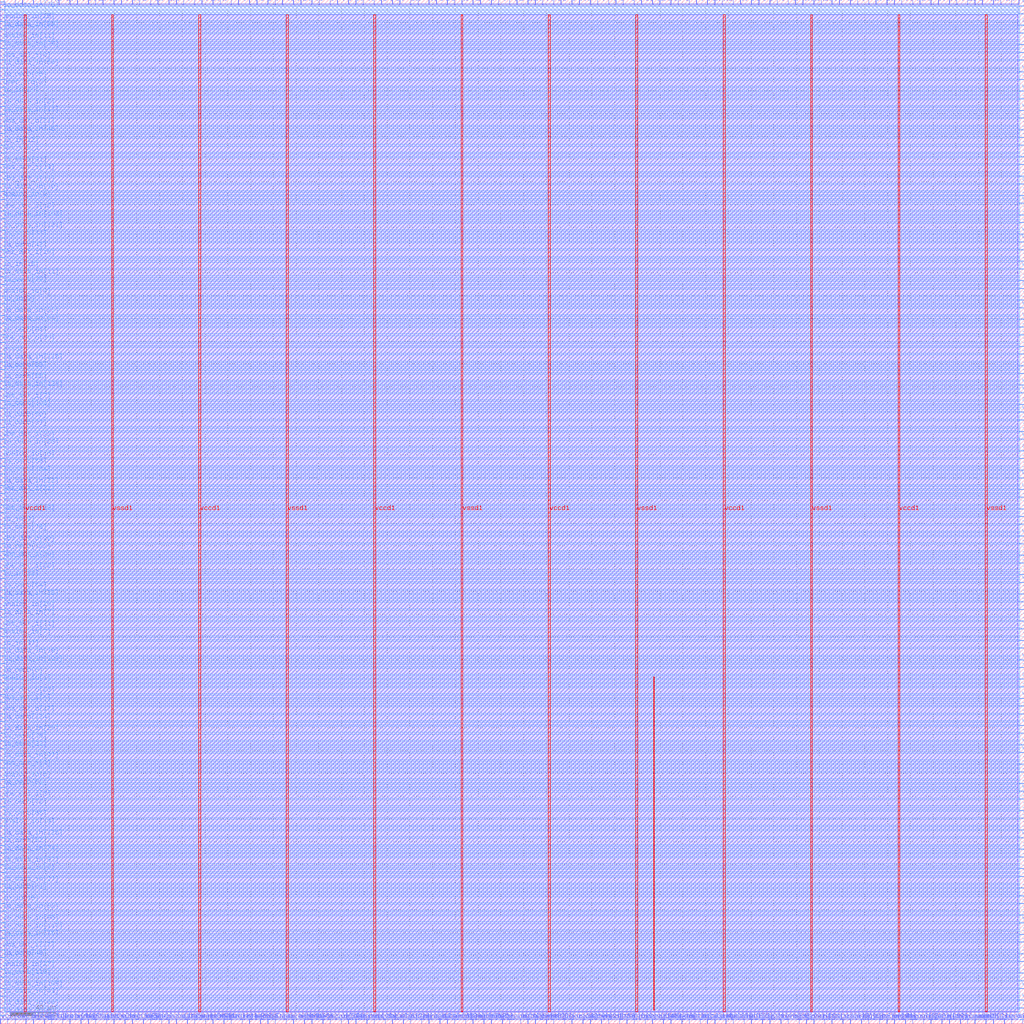
<source format=lef>
VERSION 5.7 ;
  NOWIREEXTENSIONATPIN ON ;
  DIVIDERCHAR "/" ;
  BUSBITCHARS "[]" ;
MACRO TOP_digital
  CLASS BLOCK ;
  FOREIGN TOP_digital ;
  ORIGIN 0.000 0.000 ;
  SIZE 900.000 BY 900.000 ;
  PIN analog_io[0]
    DIRECTION INOUT ;
    USE SIGNAL ;
    PORT
      LAYER met3 ;
        RECT 0.000 639.240 4.000 639.840 ;
    END
  END analog_io[0]
  PIN analog_io[10]
    DIRECTION INOUT ;
    USE SIGNAL ;
    PORT
      LAYER met3 ;
        RECT 896.000 646.040 900.000 646.640 ;
    END
  END analog_io[10]
  PIN analog_io[11]
    DIRECTION INOUT ;
    USE SIGNAL ;
    PORT
      LAYER met3 ;
        RECT 0.000 863.640 4.000 864.240 ;
    END
  END analog_io[11]
  PIN analog_io[12]
    DIRECTION INOUT ;
    USE SIGNAL ;
    PORT
      LAYER met2 ;
        RECT 801.870 0.000 802.150 4.000 ;
    END
  END analog_io[12]
  PIN analog_io[13]
    DIRECTION INOUT ;
    USE SIGNAL ;
    PORT
      LAYER met3 ;
        RECT 896.000 544.040 900.000 544.640 ;
    END
  END analog_io[13]
  PIN analog_io[14]
    DIRECTION INOUT ;
    USE SIGNAL ;
    PORT
      LAYER met3 ;
        RECT 896.000 877.240 900.000 877.840 ;
    END
  END analog_io[14]
  PIN analog_io[15]
    DIRECTION INOUT ;
    USE SIGNAL ;
    PORT
      LAYER met2 ;
        RECT 248.030 896.000 248.310 900.000 ;
    END
  END analog_io[15]
  PIN analog_io[16]
    DIRECTION INOUT ;
    USE SIGNAL ;
    PORT
      LAYER met3 ;
        RECT 0.000 496.440 4.000 497.040 ;
    END
  END analog_io[16]
  PIN analog_io[17]
    DIRECTION INOUT ;
    USE SIGNAL ;
    PORT
      LAYER met2 ;
        RECT 106.350 896.000 106.630 900.000 ;
    END
  END analog_io[17]
  PIN analog_io[18]
    DIRECTION INOUT ;
    USE SIGNAL ;
    PORT
      LAYER met2 ;
        RECT 67.710 896.000 67.990 900.000 ;
    END
  END analog_io[18]
  PIN analog_io[19]
    DIRECTION INOUT ;
    USE SIGNAL ;
    PORT
      LAYER met3 ;
        RECT 0.000 173.440 4.000 174.040 ;
    END
  END analog_io[19]
  PIN analog_io[1]
    DIRECTION INOUT ;
    USE SIGNAL ;
    PORT
      LAYER met3 ;
        RECT 0.000 299.240 4.000 299.840 ;
    END
  END analog_io[1]
  PIN analog_io[20]
    DIRECTION INOUT ;
    USE SIGNAL ;
    PORT
      LAYER met3 ;
        RECT 0.000 363.840 4.000 364.440 ;
    END
  END analog_io[20]
  PIN analog_io[21]
    DIRECTION INOUT ;
    USE SIGNAL ;
    PORT
      LAYER met2 ;
        RECT 621.550 896.000 621.830 900.000 ;
    END
  END analog_io[21]
  PIN analog_io[22]
    DIRECTION INOUT ;
    USE SIGNAL ;
    PORT
      LAYER met2 ;
        RECT 77.370 896.000 77.650 900.000 ;
    END
  END analog_io[22]
  PIN analog_io[23]
    DIRECTION INOUT ;
    USE SIGNAL ;
    PORT
      LAYER met2 ;
        RECT 785.770 0.000 786.050 4.000 ;
    END
  END analog_io[23]
  PIN analog_io[24]
    DIRECTION INOUT ;
    USE SIGNAL ;
    PORT
      LAYER met2 ;
        RECT 399.370 896.000 399.650 900.000 ;
    END
  END analog_io[24]
  PIN analog_io[25]
    DIRECTION INOUT ;
    USE SIGNAL ;
    PORT
      LAYER met3 ;
        RECT 0.000 880.640 4.000 881.240 ;
    END
  END analog_io[25]
  PIN analog_io[26]
    DIRECTION INOUT ;
    USE SIGNAL ;
    PORT
      LAYER met2 ;
        RECT 714.930 896.000 715.210 900.000 ;
    END
  END analog_io[26]
  PIN analog_io[27]
    DIRECTION INOUT ;
    USE SIGNAL ;
    PORT
      LAYER met3 ;
        RECT 0.000 47.640 4.000 48.240 ;
    END
  END analog_io[27]
  PIN analog_io[28]
    DIRECTION INOUT ;
    USE SIGNAL ;
    PORT
      LAYER met3 ;
        RECT 896.000 737.840 900.000 738.440 ;
    END
  END analog_io[28]
  PIN analog_io[2]
    DIRECTION INOUT ;
    USE SIGNAL ;
    PORT
      LAYER met2 ;
        RECT 644.090 0.000 644.370 4.000 ;
    END
  END analog_io[2]
  PIN analog_io[3]
    DIRECTION INOUT ;
    USE SIGNAL ;
    PORT
      LAYER met2 ;
        RECT 431.570 0.000 431.850 4.000 ;
    END
  END analog_io[3]
  PIN analog_io[4]
    DIRECTION INOUT ;
    USE SIGNAL ;
    PORT
      LAYER met2 ;
        RECT 476.650 896.000 476.930 900.000 ;
    END
  END analog_io[4]
  PIN analog_io[5]
    DIRECTION INOUT ;
    USE SIGNAL ;
    PORT
      LAYER met2 ;
        RECT 99.910 0.000 100.190 4.000 ;
    END
  END analog_io[5]
  PIN analog_io[6]
    DIRECTION INOUT ;
    USE SIGNAL ;
    PORT
      LAYER met3 ;
        RECT 0.000 214.240 4.000 214.840 ;
    END
  END analog_io[6]
  PIN analog_io[7]
    DIRECTION INOUT ;
    USE SIGNAL ;
    PORT
      LAYER met3 ;
        RECT 0.000 340.040 4.000 340.640 ;
    END
  END analog_io[7]
  PIN analog_io[8]
    DIRECTION INOUT ;
    USE SIGNAL ;
    PORT
      LAYER met3 ;
        RECT 896.000 302.640 900.000 303.240 ;
    END
  END analog_io[8]
  PIN analog_io[9]
    DIRECTION INOUT ;
    USE SIGNAL ;
    PORT
      LAYER met3 ;
        RECT 0.000 724.240 4.000 724.840 ;
    END
  END analog_io[9]
  PIN analog_trigger_in
    DIRECTION INOUT ;
    USE SIGNAL ;
    PORT
      LAYER met3 ;
        RECT 896.000 503.240 900.000 503.840 ;
    END
  END analog_trigger_in
  PIN analog_trigger_out
    DIRECTION INOUT ;
    USE SIGNAL ;
    PORT
      LAYER met2 ;
        RECT 834.070 896.000 834.350 900.000 ;
    END
  END analog_trigger_out
  PIN io_in[0]
    DIRECTION INPUT ;
    USE SIGNAL ;
    PORT
      LAYER met3 ;
        RECT 896.000 105.440 900.000 106.040 ;
    END
  END io_in[0]
  PIN io_in[10]
    DIRECTION INPUT ;
    USE SIGNAL ;
    PORT
      LAYER met3 ;
        RECT 896.000 129.240 900.000 129.840 ;
    END
  END io_in[10]
  PIN io_in[11]
    DIRECTION INPUT ;
    USE SIGNAL ;
    PORT
      LAYER met2 ;
        RECT 318.870 896.000 319.150 900.000 ;
    END
  END io_in[11]
  PIN io_in[12]
    DIRECTION INPUT ;
    USE SIGNAL ;
    PORT
      LAYER met3 ;
        RECT 896.000 652.840 900.000 653.440 ;
    END
  END io_in[12]
  PIN io_in[13]
    DIRECTION INPUT ;
    USE SIGNAL ;
    PORT
      LAYER met3 ;
        RECT 0.000 771.840 4.000 772.440 ;
    END
  END io_in[13]
  PIN io_in[14]
    DIRECTION INPUT ;
    USE SIGNAL ;
    PORT
      LAYER met2 ;
        RECT 772.890 0.000 773.170 4.000 ;
    END
  END io_in[14]
  PIN io_in[15]
    DIRECTION INPUT ;
    USE SIGNAL ;
    PORT
      LAYER met3 ;
        RECT 0.000 105.440 4.000 106.040 ;
    END
  END io_in[15]
  PIN io_in[16]
    DIRECTION INPUT ;
    USE SIGNAL ;
    PORT
      LAYER met2 ;
        RECT 708.490 0.000 708.770 4.000 ;
    END
  END io_in[16]
  PIN io_in[17]
    DIRECTION INPUT ;
    USE SIGNAL ;
    PORT
      LAYER met2 ;
        RECT 573.250 896.000 573.530 900.000 ;
    END
  END io_in[17]
  PIN io_in[18]
    DIRECTION INPUT ;
    USE SIGNAL ;
    PORT
      LAYER met3 ;
        RECT 0.000 663.040 4.000 663.640 ;
    END
  END io_in[18]
  PIN io_in[19]
    DIRECTION INPUT ;
    USE SIGNAL ;
    PORT
      LAYER met2 ;
        RECT 817.970 0.000 818.250 4.000 ;
    END
  END io_in[19]
  PIN io_in[1]
    DIRECTION INPUT ;
    USE SIGNAL ;
    PORT
      LAYER met2 ;
        RECT 22.630 0.000 22.910 4.000 ;
    END
  END io_in[1]
  PIN io_in[20]
    DIRECTION INPUT ;
    USE SIGNAL ;
    PORT
      LAYER met3 ;
        RECT 0.000 816.040 4.000 816.640 ;
    END
  END io_in[20]
  PIN io_in[21]
    DIRECTION INPUT ;
    USE SIGNAL ;
    PORT
      LAYER met2 ;
        RECT 660.190 0.000 660.470 4.000 ;
    END
  END io_in[21]
  PIN io_in[22]
    DIRECTION INPUT ;
    USE SIGNAL ;
    PORT
      LAYER met3 ;
        RECT 0.000 391.040 4.000 391.640 ;
    END
  END io_in[22]
  PIN io_in[23]
    DIRECTION INPUT ;
    USE SIGNAL ;
    PORT
      LAYER met3 ;
        RECT 896.000 197.240 900.000 197.840 ;
    END
  END io_in[23]
  PIN io_in[24]
    DIRECTION INPUT ;
    USE SIGNAL ;
    PORT
      LAYER met3 ;
        RECT 896.000 530.440 900.000 531.040 ;
    END
  END io_in[24]
  PIN io_in[25]
    DIRECTION INPUT ;
    USE SIGNAL ;
    PORT
      LAYER met3 ;
        RECT 896.000 153.040 900.000 153.640 ;
    END
  END io_in[25]
  PIN io_in[26]
    DIRECTION INPUT ;
    USE SIGNAL ;
    PORT
      LAYER met3 ;
        RECT 896.000 744.640 900.000 745.240 ;
    END
  END io_in[26]
  PIN io_in[27]
    DIRECTION INPUT ;
    USE SIGNAL ;
    PORT
      LAYER met3 ;
        RECT 896.000 78.240 900.000 78.840 ;
    END
  END io_in[27]
  PIN io_in[28]
    DIRECTION INPUT ;
    USE SIGNAL ;
    PORT
      LAYER met3 ;
        RECT 896.000 346.840 900.000 347.440 ;
    END
  END io_in[28]
  PIN io_in[29]
    DIRECTION INPUT ;
    USE SIGNAL ;
    PORT
      LAYER met2 ;
        RECT 122.450 896.000 122.730 900.000 ;
    END
  END io_in[29]
  PIN io_in[2]
    DIRECTION INPUT ;
    USE SIGNAL ;
    PORT
      LAYER met3 ;
        RECT 0.000 632.440 4.000 633.040 ;
    END
  END io_in[2]
  PIN io_in[30]
    DIRECTION INPUT ;
    USE SIGNAL ;
    PORT
      LAYER met2 ;
        RECT 898.470 0.000 898.750 4.000 ;
    END
  END io_in[30]
  PIN io_in[31]
    DIRECTION INPUT ;
    USE SIGNAL ;
    PORT
      LAYER met2 ;
        RECT 116.010 0.000 116.290 4.000 ;
    END
  END io_in[31]
  PIN io_in[32]
    DIRECTION INPUT ;
    USE SIGNAL ;
    PORT
      LAYER met2 ;
        RECT 29.070 896.000 29.350 900.000 ;
    END
  END io_in[32]
  PIN io_in[33]
    DIRECTION INPUT ;
    USE SIGNAL ;
    PORT
      LAYER met3 ;
        RECT 896.000 13.640 900.000 14.240 ;
    END
  END io_in[33]
  PIN io_in[34]
    DIRECTION INPUT ;
    USE SIGNAL ;
    PORT
      LAYER met2 ;
        RECT 289.890 0.000 290.170 4.000 ;
    END
  END io_in[34]
  PIN io_in[35]
    DIRECTION INPUT ;
    USE SIGNAL ;
    PORT
      LAYER met2 ;
        RECT 856.610 896.000 856.890 900.000 ;
    END
  END io_in[35]
  PIN io_in[36]
    DIRECTION INPUT ;
    USE SIGNAL ;
    PORT
      LAYER met3 ;
        RECT 896.000 61.240 900.000 61.840 ;
    END
  END io_in[36]
  PIN io_in[37]
    DIRECTION INPUT ;
    USE SIGNAL ;
    PORT
      LAYER met3 ;
        RECT 0.000 329.840 4.000 330.440 ;
    END
  END io_in[37]
  PIN io_in[3]
    DIRECTION INPUT ;
    USE SIGNAL ;
    PORT
      LAYER met3 ;
        RECT 896.000 761.640 900.000 762.240 ;
    END
  END io_in[3]
  PIN io_in[4]
    DIRECTION INPUT ;
    USE SIGNAL ;
    PORT
      LAYER met3 ;
        RECT 896.000 312.840 900.000 313.440 ;
    END
  END io_in[4]
  PIN io_in[5]
    DIRECTION INPUT ;
    USE SIGNAL ;
    PORT
      LAYER met2 ;
        RECT 698.830 896.000 699.110 900.000 ;
    END
  END io_in[5]
  PIN io_in[6]
    DIRECTION INPUT ;
    USE SIGNAL ;
    PORT
      LAYER met2 ;
        RECT 888.810 896.000 889.090 900.000 ;
    END
  END io_in[6]
  PIN io_in[7]
    DIRECTION INPUT ;
    USE SIGNAL ;
    PORT
      LAYER met2 ;
        RECT 740.690 0.000 740.970 4.000 ;
    END
  END io_in[7]
  PIN io_in[8]
    DIRECTION INPUT ;
    USE SIGNAL ;
    PORT
      LAYER met3 ;
        RECT 896.000 180.240 900.000 180.840 ;
    END
  END io_in[8]
  PIN io_in[9]
    DIRECTION INPUT ;
    USE SIGNAL ;
    PORT
      LAYER met3 ;
        RECT 0.000 438.640 4.000 439.240 ;
    END
  END io_in[9]
  PIN la_data_in[0]
    DIRECTION INPUT ;
    USE SIGNAL ;
    ANTENNAGATEAREA 0.495000 ;
    PORT
      LAYER met3 ;
        RECT 0.000 132.640 4.000 133.240 ;
    END
  END la_data_in[0]
  PIN la_data_in[100]
    DIRECTION INPUT ;
    USE SIGNAL ;
    PORT
      LAYER met2 ;
        RECT 328.530 896.000 328.810 900.000 ;
    END
  END la_data_in[100]
  PIN la_data_in[101]
    DIRECTION INPUT ;
    USE SIGNAL ;
    PORT
      LAYER met2 ;
        RECT 550.710 0.000 550.990 4.000 ;
    END
  END la_data_in[101]
  PIN la_data_in[102]
    DIRECTION INPUT ;
    USE SIGNAL ;
    PORT
      LAYER met2 ;
        RECT 312.430 896.000 312.710 900.000 ;
    END
  END la_data_in[102]
  PIN la_data_in[103]
    DIRECTION INPUT ;
    USE SIGNAL ;
    PORT
      LAYER met3 ;
        RECT 0.000 707.240 4.000 707.840 ;
    END
  END la_data_in[103]
  PIN la_data_in[104]
    DIRECTION INPUT ;
    USE SIGNAL ;
    PORT
      LAYER met2 ;
        RECT 415.470 896.000 415.750 900.000 ;
    END
  END la_data_in[104]
  PIN la_data_in[105]
    DIRECTION INPUT ;
    USE SIGNAL ;
    PORT
      LAYER met3 ;
        RECT 0.000 30.640 4.000 31.240 ;
    END
  END la_data_in[105]
  PIN la_data_in[106]
    DIRECTION INPUT ;
    USE SIGNAL ;
    PORT
      LAYER met2 ;
        RECT 148.210 0.000 148.490 4.000 ;
    END
  END la_data_in[106]
  PIN la_data_in[107]
    DIRECTION INPUT ;
    USE SIGNAL ;
    PORT
      LAYER met2 ;
        RECT 425.130 0.000 425.410 4.000 ;
    END
  END la_data_in[107]
  PIN la_data_in[108]
    DIRECTION INPUT ;
    USE SIGNAL ;
    PORT
      LAYER met2 ;
        RECT 544.270 0.000 544.550 4.000 ;
    END
  END la_data_in[108]
  PIN la_data_in[109]
    DIRECTION INPUT ;
    USE SIGNAL ;
    PORT
      LAYER met3 ;
        RECT 896.000 520.240 900.000 520.840 ;
    END
  END la_data_in[109]
  PIN la_data_in[10]
    DIRECTION INPUT ;
    USE SIGNAL ;
    PORT
      LAYER met3 ;
        RECT 0.000 731.040 4.000 731.640 ;
    END
  END la_data_in[10]
  PIN la_data_in[110]
    DIRECTION INPUT ;
    USE SIGNAL ;
    PORT
      LAYER met3 ;
        RECT 896.000 370.640 900.000 371.240 ;
    END
  END la_data_in[110]
  PIN la_data_in[111]
    DIRECTION INPUT ;
    USE SIGNAL ;
    PORT
      LAYER met3 ;
        RECT 896.000 812.640 900.000 813.240 ;
    END
  END la_data_in[111]
  PIN la_data_in[112]
    DIRECTION INPUT ;
    USE SIGNAL ;
    PORT
      LAYER met3 ;
        RECT 896.000 846.640 900.000 847.240 ;
    END
  END la_data_in[112]
  PIN la_data_in[113]
    DIRECTION INPUT ;
    USE SIGNAL ;
    PORT
      LAYER met2 ;
        RECT 219.050 0.000 219.330 4.000 ;
    END
  END la_data_in[113]
  PIN la_data_in[114]
    DIRECTION INPUT ;
    USE SIGNAL ;
    PORT
      LAYER met3 ;
        RECT 896.000 71.440 900.000 72.040 ;
    END
  END la_data_in[114]
  PIN la_data_in[115]
    DIRECTION INPUT ;
    USE SIGNAL ;
    PORT
      LAYER met2 ;
        RECT 83.810 0.000 84.090 4.000 ;
    END
  END la_data_in[115]
  PIN la_data_in[116]
    DIRECTION INPUT ;
    USE SIGNAL ;
    PORT
      LAYER met2 ;
        RECT 573.250 0.000 573.530 4.000 ;
    END
  END la_data_in[116]
  PIN la_data_in[117]
    DIRECTION INPUT ;
    USE SIGNAL ;
    PORT
      LAYER met3 ;
        RECT 0.000 81.640 4.000 82.240 ;
    END
  END la_data_in[117]
  PIN la_data_in[118]
    DIRECTION INPUT ;
    USE SIGNAL ;
    PORT
      LAYER met3 ;
        RECT 0.000 581.440 4.000 582.040 ;
    END
  END la_data_in[118]
  PIN la_data_in[119]
    DIRECTION INPUT ;
    USE SIGNAL ;
    PORT
      LAYER met2 ;
        RECT 405.810 896.000 406.090 900.000 ;
    END
  END la_data_in[119]
  PIN la_data_in[11]
    DIRECTION INPUT ;
    USE SIGNAL ;
    PORT
      LAYER met3 ;
        RECT 0.000 656.240 4.000 656.840 ;
    END
  END la_data_in[11]
  PIN la_data_in[120]
    DIRECTION INPUT ;
    USE SIGNAL ;
    PORT
      LAYER met3 ;
        RECT 896.000 853.440 900.000 854.040 ;
    END
  END la_data_in[120]
  PIN la_data_in[121]
    DIRECTION INPUT ;
    USE SIGNAL ;
    PORT
      LAYER met3 ;
        RECT 0.000 697.040 4.000 697.640 ;
    END
  END la_data_in[121]
  PIN la_data_in[122]
    DIRECTION INPUT ;
    USE SIGNAL ;
    PORT
      LAYER met2 ;
        RECT 125.670 0.000 125.950 4.000 ;
    END
  END la_data_in[122]
  PIN la_data_in[123]
    DIRECTION INPUT ;
    USE SIGNAL ;
    PORT
      LAYER met3 ;
        RECT 0.000 316.240 4.000 316.840 ;
    END
  END la_data_in[123]
  PIN la_data_in[124]
    DIRECTION INPUT ;
    USE SIGNAL ;
    PORT
      LAYER met3 ;
        RECT 0.000 557.640 4.000 558.240 ;
    END
  END la_data_in[124]
  PIN la_data_in[125]
    DIRECTION INPUT ;
    USE SIGNAL ;
    PORT
      LAYER met2 ;
        RECT 827.630 0.000 827.910 4.000 ;
    END
  END la_data_in[125]
  PIN la_data_in[126]
    DIRECTION INPUT ;
    USE SIGNAL ;
    PORT
      LAYER met3 ;
        RECT 0.000 163.240 4.000 163.840 ;
    END
  END la_data_in[126]
  PIN la_data_in[127]
    DIRECTION INPUT ;
    USE SIGNAL ;
    PORT
      LAYER met2 ;
        RECT 518.510 896.000 518.790 900.000 ;
    END
  END la_data_in[127]
  PIN la_data_in[12]
    DIRECTION INPUT ;
    USE SIGNAL ;
    PORT
      LAYER met2 ;
        RECT 219.050 896.000 219.330 900.000 ;
    END
  END la_data_in[12]
  PIN la_data_in[13]
    DIRECTION INPUT ;
    USE SIGNAL ;
    PORT
      LAYER met3 ;
        RECT 0.000 799.040 4.000 799.640 ;
    END
  END la_data_in[13]
  PIN la_data_in[14]
    DIRECTION INPUT ;
    USE SIGNAL ;
    PORT
      LAYER met3 ;
        RECT 896.000 612.040 900.000 612.640 ;
    END
  END la_data_in[14]
  PIN la_data_in[15]
    DIRECTION INPUT ;
    USE SIGNAL ;
    PORT
      LAYER met2 ;
        RECT 792.210 896.000 792.490 900.000 ;
    END
  END la_data_in[15]
  PIN la_data_in[16]
    DIRECTION INPUT ;
    USE SIGNAL ;
    PORT
      LAYER met2 ;
        RECT 3.310 896.000 3.590 900.000 ;
    END
  END la_data_in[16]
  PIN la_data_in[17]
    DIRECTION INPUT ;
    USE SIGNAL ;
    PORT
      LAYER met3 ;
        RECT 896.000 227.840 900.000 228.440 ;
    END
  END la_data_in[17]
  PIN la_data_in[18]
    DIRECTION INPUT ;
    USE SIGNAL ;
    PORT
      LAYER met3 ;
        RECT 0.000 323.040 4.000 323.640 ;
    END
  END la_data_in[18]
  PIN la_data_in[19]
    DIRECTION INPUT ;
    USE SIGNAL ;
    PORT
      LAYER met2 ;
        RECT 421.910 896.000 422.190 900.000 ;
    END
  END la_data_in[19]
  PIN la_data_in[1]
    DIRECTION INPUT ;
    USE SIGNAL ;
    PORT
      LAYER met3 ;
        RECT 896.000 272.040 900.000 272.640 ;
    END
  END la_data_in[1]
  PIN la_data_in[20]
    DIRECTION INPUT ;
    USE SIGNAL ;
    PORT
      LAYER met2 ;
        RECT 177.190 896.000 177.470 900.000 ;
    END
  END la_data_in[20]
  PIN la_data_in[21]
    DIRECTION INPUT ;
    USE SIGNAL ;
    PORT
      LAYER met3 ;
        RECT 896.000 210.840 900.000 211.440 ;
    END
  END la_data_in[21]
  PIN la_data_in[22]
    DIRECTION INPUT ;
    USE SIGNAL ;
    PORT
      LAYER met3 ;
        RECT 0.000 472.640 4.000 473.240 ;
    END
  END la_data_in[22]
  PIN la_data_in[23]
    DIRECTION INPUT ;
    USE SIGNAL ;
    PORT
      LAYER met3 ;
        RECT 0.000 622.240 4.000 622.840 ;
    END
  END la_data_in[23]
  PIN la_data_in[24]
    DIRECTION INPUT ;
    USE SIGNAL ;
    PORT
      LAYER met2 ;
        RECT 872.710 896.000 872.990 900.000 ;
    END
  END la_data_in[24]
  PIN la_data_in[25]
    DIRECTION INPUT ;
    USE SIGNAL ;
    PORT
      LAYER met3 ;
        RECT 0.000 374.040 4.000 374.640 ;
    END
  END la_data_in[25]
  PIN la_data_in[26]
    DIRECTION INPUT ;
    USE SIGNAL ;
    PORT
      LAYER met2 ;
        RECT 508.850 896.000 509.130 900.000 ;
    END
  END la_data_in[26]
  PIN la_data_in[27]
    DIRECTION INPUT ;
    USE SIGNAL ;
    PORT
      LAYER met3 ;
        RECT 0.000 122.440 4.000 123.040 ;
    END
  END la_data_in[27]
  PIN la_data_in[28]
    DIRECTION INPUT ;
    USE SIGNAL ;
    PORT
      LAYER met3 ;
        RECT 0.000 506.640 4.000 507.240 ;
    END
  END la_data_in[28]
  PIN la_data_in[29]
    DIRECTION INPUT ;
    USE SIGNAL ;
    PORT
      LAYER met3 ;
        RECT 896.000 710.640 900.000 711.240 ;
    END
  END la_data_in[29]
  PIN la_data_in[2]
    DIRECTION INPUT ;
    USE SIGNAL ;
    PORT
      LAYER met3 ;
        RECT 0.000 805.840 4.000 806.440 ;
    END
  END la_data_in[2]
  PIN la_data_in[30]
    DIRECTION INPUT ;
    USE SIGNAL ;
    PORT
      LAYER met3 ;
        RECT 0.000 255.040 4.000 255.640 ;
    END
  END la_data_in[30]
  PIN la_data_in[31]
    DIRECTION INPUT ;
    USE SIGNAL ;
    PORT
      LAYER met3 ;
        RECT 896.000 37.440 900.000 38.040 ;
    END
  END la_data_in[31]
  PIN la_data_in[32]
    DIRECTION INPUT ;
    USE SIGNAL ;
    PORT
      LAYER met2 ;
        RECT 90.250 896.000 90.530 900.000 ;
    END
  END la_data_in[32]
  PIN la_data_in[33]
    DIRECTION INPUT ;
    USE SIGNAL ;
    PORT
      LAYER met2 ;
        RECT 808.310 896.000 808.590 900.000 ;
    END
  END la_data_in[33]
  PIN la_data_in[34]
    DIRECTION INPUT ;
    USE SIGNAL ;
    PORT
      LAYER met2 ;
        RECT 354.290 0.000 354.570 4.000 ;
    END
  END la_data_in[34]
  PIN la_data_in[35]
    DIRECTION INPUT ;
    USE SIGNAL ;
    PORT
      LAYER met3 ;
        RECT 0.000 856.840 4.000 857.440 ;
    END
  END la_data_in[35]
  PIN la_data_in[36]
    DIRECTION INPUT ;
    USE SIGNAL ;
    PORT
      LAYER met2 ;
        RECT 447.670 896.000 447.950 900.000 ;
    END
  END la_data_in[36]
  PIN la_data_in[37]
    DIRECTION INPUT ;
    USE SIGNAL ;
    PORT
      LAYER met3 ;
        RECT 896.000 112.240 900.000 112.840 ;
    END
  END la_data_in[37]
  PIN la_data_in[38]
    DIRECTION INPUT ;
    USE SIGNAL ;
    PORT
      LAYER met2 ;
        RECT 863.050 896.000 863.330 900.000 ;
    END
  END la_data_in[38]
  PIN la_data_in[39]
    DIRECTION INPUT ;
    USE SIGNAL ;
    PORT
      LAYER met2 ;
        RECT 676.290 896.000 676.570 900.000 ;
    END
  END la_data_in[39]
  PIN la_data_in[3]
    DIRECTION INPUT ;
    USE SIGNAL ;
    PORT
      LAYER met3 ;
        RECT 896.000 588.240 900.000 588.840 ;
    END
  END la_data_in[3]
  PIN la_data_in[40]
    DIRECTION INPUT ;
    USE SIGNAL ;
    PORT
      LAYER met3 ;
        RECT 896.000 438.640 900.000 439.240 ;
    END
  END la_data_in[40]
  PIN la_data_in[41]
    DIRECTION INPUT ;
    USE SIGNAL ;
    PORT
      LAYER met2 ;
        RECT 524.950 896.000 525.230 900.000 ;
    END
  END la_data_in[41]
  PIN la_data_in[42]
    DIRECTION INPUT ;
    USE SIGNAL ;
    PORT
      LAYER met2 ;
        RECT 621.550 0.000 621.830 4.000 ;
    END
  END la_data_in[42]
  PIN la_data_in[43]
    DIRECTION INPUT ;
    USE SIGNAL ;
    PORT
      LAYER met3 ;
        RECT 0.000 23.840 4.000 24.440 ;
    END
  END la_data_in[43]
  PIN la_data_in[44]
    DIRECTION INPUT ;
    USE SIGNAL ;
    PORT
      LAYER met3 ;
        RECT 0.000 13.640 4.000 14.240 ;
    END
  END la_data_in[44]
  PIN la_data_in[45]
    DIRECTION INPUT ;
    USE SIGNAL ;
    PORT
      LAYER met2 ;
        RECT 351.070 896.000 351.350 900.000 ;
    END
  END la_data_in[45]
  PIN la_data_in[46]
    DIRECTION INPUT ;
    USE SIGNAL ;
    PORT
      LAYER met3 ;
        RECT 0.000 782.040 4.000 782.640 ;
    END
  END la_data_in[46]
  PIN la_data_in[47]
    DIRECTION INPUT ;
    USE SIGNAL ;
    PORT
      LAYER met3 ;
        RECT 896.000 452.240 900.000 452.840 ;
    END
  END la_data_in[47]
  PIN la_data_in[48]
    DIRECTION INPUT ;
    USE SIGNAL ;
    PORT
      LAYER met2 ;
        RECT 534.610 896.000 534.890 900.000 ;
    END
  END la_data_in[48]
  PIN la_data_in[49]
    DIRECTION INPUT ;
    USE SIGNAL ;
    PORT
      LAYER met2 ;
        RECT 154.650 0.000 154.930 4.000 ;
    END
  END la_data_in[49]
  PIN la_data_in[4]
    DIRECTION INPUT ;
    USE SIGNAL ;
    PORT
      LAYER met2 ;
        RECT 756.790 0.000 757.070 4.000 ;
    END
  END la_data_in[4]
  PIN la_data_in[50]
    DIRECTION INPUT ;
    USE SIGNAL ;
    PORT
      LAYER met2 ;
        RECT 267.350 0.000 267.630 4.000 ;
    END
  END la_data_in[50]
  PIN la_data_in[51]
    DIRECTION INPUT ;
    USE SIGNAL ;
    PORT
      LAYER met2 ;
        RECT 714.930 0.000 715.210 4.000 ;
    END
  END la_data_in[51]
  PIN la_data_in[52]
    DIRECTION INPUT ;
    USE SIGNAL ;
    PORT
      LAYER met3 ;
        RECT 896.000 136.040 900.000 136.640 ;
    END
  END la_data_in[52]
  PIN la_data_in[53]
    DIRECTION INPUT ;
    USE SIGNAL ;
    PORT
      LAYER met2 ;
        RECT 392.930 0.000 393.210 4.000 ;
    END
  END la_data_in[53]
  PIN la_data_in[54]
    DIRECTION INPUT ;
    USE SIGNAL ;
    PORT
      LAYER met3 ;
        RECT 896.000 404.640 900.000 405.240 ;
    END
  END la_data_in[54]
  PIN la_data_in[55]
    DIRECTION INPUT ;
    USE SIGNAL ;
    PORT
      LAYER met2 ;
        RECT 296.330 896.000 296.610 900.000 ;
    END
  END la_data_in[55]
  PIN la_data_in[56]
    DIRECTION INPUT ;
    USE SIGNAL ;
    PORT
      LAYER met2 ;
        RECT 12.970 896.000 13.250 900.000 ;
    END
  END la_data_in[56]
  PIN la_data_in[57]
    DIRECTION INPUT ;
    USE SIGNAL ;
    PORT
      LAYER met3 ;
        RECT 896.000 445.440 900.000 446.040 ;
    END
  END la_data_in[57]
  PIN la_data_in[58]
    DIRECTION INPUT ;
    USE SIGNAL ;
    PORT
      LAYER met2 ;
        RECT 763.230 896.000 763.510 900.000 ;
    END
  END la_data_in[58]
  PIN la_data_in[59]
    DIRECTION INPUT ;
    USE SIGNAL ;
    PORT
      LAYER met3 ;
        RECT 896.000 278.840 900.000 279.440 ;
    END
  END la_data_in[59]
  PIN la_data_in[5]
    DIRECTION INPUT ;
    USE SIGNAL ;
    PORT
      LAYER met2 ;
        RECT 731.030 0.000 731.310 4.000 ;
    END
  END la_data_in[5]
  PIN la_data_in[60]
    DIRECTION INPUT ;
    USE SIGNAL ;
    PORT
      LAYER met2 ;
        RECT 305.990 896.000 306.270 900.000 ;
    END
  END la_data_in[60]
  PIN la_data_in[61]
    DIRECTION INPUT ;
    USE SIGNAL ;
    PORT
      LAYER met3 ;
        RECT 0.000 615.440 4.000 616.040 ;
    END
  END la_data_in[61]
  PIN la_data_in[62]
    DIRECTION INPUT ;
    USE SIGNAL ;
    PORT
      LAYER met2 ;
        RECT 895.250 896.000 895.530 900.000 ;
    END
  END la_data_in[62]
  PIN la_data_in[63]
    DIRECTION INPUT ;
    USE SIGNAL ;
    PORT
      LAYER met3 ;
        RECT 896.000 680.040 900.000 680.640 ;
    END
  END la_data_in[63]
  PIN la_data_in[64]
    DIRECTION INPUT ;
    USE SIGNAL ;
    PORT
      LAYER met3 ;
        RECT 0.000 839.840 4.000 840.440 ;
    END
  END la_data_in[64]
  PIN la_data_in[65]
    DIRECTION INPUT ;
    USE SIGNAL ;
    PORT
      LAYER met2 ;
        RECT 370.390 0.000 370.670 4.000 ;
    END
  END la_data_in[65]
  PIN la_data_in[66]
    DIRECTION INPUT ;
    USE SIGNAL ;
    PORT
      LAYER met2 ;
        RECT 148.210 896.000 148.490 900.000 ;
    END
  END la_data_in[66]
  PIN la_data_in[67]
    DIRECTION INPUT ;
    USE SIGNAL ;
    PORT
      LAYER met2 ;
        RECT 627.990 0.000 628.270 4.000 ;
    END
  END la_data_in[67]
  PIN la_data_in[68]
    DIRECTION INPUT ;
    USE SIGNAL ;
    PORT
      LAYER met2 ;
        RECT 882.370 0.000 882.650 4.000 ;
    END
  END la_data_in[68]
  PIN la_data_in[69]
    DIRECTION INPUT ;
    USE SIGNAL ;
    PORT
      LAYER met2 ;
        RECT 322.090 0.000 322.370 4.000 ;
    END
  END la_data_in[69]
  PIN la_data_in[6]
    DIRECTION INPUT ;
    USE SIGNAL ;
    PORT
      LAYER met2 ;
        RECT 502.410 896.000 502.690 900.000 ;
    END
  END la_data_in[6]
  PIN la_data_in[70]
    DIRECTION INPUT ;
    USE SIGNAL ;
    PORT
      LAYER met3 ;
        RECT 896.000 363.840 900.000 364.440 ;
    END
  END la_data_in[70]
  PIN la_data_in[71]
    DIRECTION INPUT ;
    USE SIGNAL ;
    PORT
      LAYER met2 ;
        RECT 328.530 0.000 328.810 4.000 ;
    END
  END la_data_in[71]
  PIN la_data_in[72]
    DIRECTION INPUT ;
    USE SIGNAL ;
    PORT
      LAYER met3 ;
        RECT 896.000 394.440 900.000 395.040 ;
    END
  END la_data_in[72]
  PIN la_data_in[73]
    DIRECTION INPUT ;
    USE SIGNAL ;
    PORT
      LAYER met2 ;
        RECT 660.190 896.000 660.470 900.000 ;
    END
  END la_data_in[73]
  PIN la_data_in[74]
    DIRECTION INPUT ;
    USE SIGNAL ;
    PORT
      LAYER met3 ;
        RECT 0.000 149.640 4.000 150.240 ;
    END
  END la_data_in[74]
  PIN la_data_in[75]
    DIRECTION INPUT ;
    USE SIGNAL ;
    PORT
      LAYER met3 ;
        RECT 0.000 74.840 4.000 75.440 ;
    END
  END la_data_in[75]
  PIN la_data_in[76]
    DIRECTION INPUT ;
    USE SIGNAL ;
    PORT
      LAYER met3 ;
        RECT 0.000 890.840 4.000 891.440 ;
    END
  END la_data_in[76]
  PIN la_data_in[77]
    DIRECTION INPUT ;
    USE SIGNAL ;
    PORT
      LAYER met3 ;
        RECT 896.000 778.640 900.000 779.240 ;
    END
  END la_data_in[77]
  PIN la_data_in[78]
    DIRECTION INPUT ;
    USE SIGNAL ;
    PORT
      LAYER met3 ;
        RECT 896.000 771.840 900.000 772.440 ;
    END
  END la_data_in[78]
  PIN la_data_in[79]
    DIRECTION INPUT ;
    USE SIGNAL ;
    PORT
      LAYER met2 ;
        RECT 299.550 0.000 299.830 4.000 ;
    END
  END la_data_in[79]
  PIN la_data_in[7]
    DIRECTION INPUT ;
    USE SIGNAL ;
    PORT
      LAYER met3 ;
        RECT 0.000 357.040 4.000 357.640 ;
    END
  END la_data_in[7]
  PIN la_data_in[80]
    DIRECTION INPUT ;
    USE SIGNAL ;
    PORT
      LAYER met2 ;
        RECT 35.510 896.000 35.790 900.000 ;
    END
  END la_data_in[80]
  PIN la_data_in[81]
    DIRECTION INPUT ;
    USE SIGNAL ;
    PORT
      LAYER met3 ;
        RECT 0.000 6.840 4.000 7.440 ;
    END
  END la_data_in[81]
  PIN la_data_in[82]
    DIRECTION INPUT ;
    USE SIGNAL ;
    PORT
      LAYER met3 ;
        RECT 0.000 98.640 4.000 99.240 ;
    END
  END la_data_in[82]
  PIN la_data_in[83]
    DIRECTION INPUT ;
    USE SIGNAL ;
    PORT
      LAYER met3 ;
        RECT 0.000 139.440 4.000 140.040 ;
    END
  END la_data_in[83]
  PIN la_data_in[84]
    DIRECTION INPUT ;
    USE SIGNAL ;
    PORT
      LAYER met2 ;
        RECT 376.830 0.000 377.110 4.000 ;
    END
  END la_data_in[84]
  PIN la_data_in[85]
    DIRECTION INPUT ;
    USE SIGNAL ;
    PORT
      LAYER met2 ;
        RECT 579.690 896.000 579.970 900.000 ;
    END
  END la_data_in[85]
  PIN la_data_in[86]
    DIRECTION INPUT ;
    USE SIGNAL ;
    PORT
      LAYER met3 ;
        RECT 896.000 887.440 900.000 888.040 ;
    END
  END la_data_in[86]
  PIN la_data_in[87]
    DIRECTION INPUT ;
    USE SIGNAL ;
    PORT
      LAYER met2 ;
        RECT 312.430 0.000 312.710 4.000 ;
    END
  END la_data_in[87]
  PIN la_data_in[88]
    DIRECTION INPUT ;
    USE SIGNAL ;
    PORT
      LAYER met2 ;
        RECT 492.750 896.000 493.030 900.000 ;
    END
  END la_data_in[88]
  PIN la_data_in[89]
    DIRECTION INPUT ;
    USE SIGNAL ;
    PORT
      LAYER met2 ;
        RECT 605.450 0.000 605.730 4.000 ;
    END
  END la_data_in[89]
  PIN la_data_in[8]
    DIRECTION INPUT ;
    USE SIGNAL ;
    PORT
      LAYER met2 ;
        RECT 779.330 0.000 779.610 4.000 ;
    END
  END la_data_in[8]
  PIN la_data_in[90]
    DIRECTION INPUT ;
    USE SIGNAL ;
    PORT
      LAYER met2 ;
        RECT 344.630 896.000 344.910 900.000 ;
    END
  END la_data_in[90]
  PIN la_data_in[91]
    DIRECTION INPUT ;
    USE SIGNAL ;
    PORT
      LAYER met2 ;
        RECT 235.150 0.000 235.430 4.000 ;
    END
  END la_data_in[91]
  PIN la_data_in[92]
    DIRECTION INPUT ;
    USE SIGNAL ;
    PORT
      LAYER met2 ;
        RECT 289.890 896.000 290.170 900.000 ;
    END
  END la_data_in[92]
  PIN la_data_in[93]
    DIRECTION INPUT ;
    USE SIGNAL ;
    PORT
      LAYER met2 ;
        RECT 447.670 0.000 447.950 4.000 ;
    END
  END la_data_in[93]
  PIN la_data_in[94]
    DIRECTION INPUT ;
    USE SIGNAL ;
    PORT
      LAYER met3 ;
        RECT 896.000 411.440 900.000 412.040 ;
    END
  END la_data_in[94]
  PIN la_data_in[95]
    DIRECTION INPUT ;
    USE SIGNAL ;
    PORT
      LAYER met3 ;
        RECT 0.000 88.440 4.000 89.040 ;
    END
  END la_data_in[95]
  PIN la_data_in[96]
    DIRECTION INPUT ;
    USE SIGNAL ;
    PORT
      LAYER met3 ;
        RECT 896.000 353.640 900.000 354.240 ;
    END
  END la_data_in[96]
  PIN la_data_in[97]
    DIRECTION INPUT ;
    USE SIGNAL ;
    PORT
      LAYER met3 ;
        RECT 0.000 231.240 4.000 231.840 ;
    END
  END la_data_in[97]
  PIN la_data_in[98]
    DIRECTION INPUT ;
    USE SIGNAL ;
    PORT
      LAYER met2 ;
        RECT 653.750 0.000 654.030 4.000 ;
    END
  END la_data_in[98]
  PIN la_data_in[99]
    DIRECTION INPUT ;
    USE SIGNAL ;
    PORT
      LAYER met3 ;
        RECT 0.000 873.840 4.000 874.440 ;
    END
  END la_data_in[99]
  PIN la_data_in[9]
    DIRECTION INPUT ;
    USE SIGNAL ;
    PORT
      LAYER met2 ;
        RECT 193.290 896.000 193.570 900.000 ;
    END
  END la_data_in[9]
  PIN la_oenb[0]
    DIRECTION INPUT ;
    USE SIGNAL ;
    PORT
      LAYER met2 ;
        RECT 415.470 0.000 415.750 4.000 ;
    END
  END la_oenb[0]
  PIN la_oenb[100]
    DIRECTION INPUT ;
    USE SIGNAL ;
    PORT
      LAYER met2 ;
        RECT 367.170 896.000 367.450 900.000 ;
    END
  END la_oenb[100]
  PIN la_oenb[101]
    DIRECTION INPUT ;
    USE SIGNAL ;
    PORT
      LAYER met3 ;
        RECT 896.000 727.640 900.000 728.240 ;
    END
  END la_oenb[101]
  PIN la_oenb[102]
    DIRECTION INPUT ;
    USE SIGNAL ;
    PORT
      LAYER met2 ;
        RECT 495.970 0.000 496.250 4.000 ;
    END
  END la_oenb[102]
  PIN la_oenb[103]
    DIRECTION INPUT ;
    USE SIGNAL ;
    PORT
      LAYER met2 ;
        RECT 557.150 0.000 557.430 4.000 ;
    END
  END la_oenb[103]
  PIN la_oenb[104]
    DIRECTION INPUT ;
    USE SIGNAL ;
    PORT
      LAYER met3 ;
        RECT 0.000 482.840 4.000 483.440 ;
    END
  END la_oenb[104]
  PIN la_oenb[105]
    DIRECTION INPUT ;
    USE SIGNAL ;
    PORT
      LAYER met3 ;
        RECT 0.000 540.640 4.000 541.240 ;
    END
  END la_oenb[105]
  PIN la_oenb[106]
    DIRECTION INPUT ;
    USE SIGNAL ;
    PORT
      LAYER met2 ;
        RECT 785.770 896.000 786.050 900.000 ;
    END
  END la_oenb[106]
  PIN la_oenb[107]
    DIRECTION INPUT ;
    USE SIGNAL ;
    PORT
      LAYER met2 ;
        RECT 518.510 0.000 518.790 4.000 ;
    END
  END la_oenb[107]
  PIN la_oenb[108]
    DIRECTION INPUT ;
    USE SIGNAL ;
    PORT
      LAYER met2 ;
        RECT 872.710 0.000 872.990 4.000 ;
    END
  END la_oenb[108]
  PIN la_oenb[109]
    DIRECTION INPUT ;
    USE SIGNAL ;
    PORT
      LAYER met3 ;
        RECT 896.000 571.240 900.000 571.840 ;
    END
  END la_oenb[109]
  PIN la_oenb[10]
    DIRECTION INPUT ;
    USE SIGNAL ;
    PORT
      LAYER met3 ;
        RECT 896.000 595.040 900.000 595.640 ;
    END
  END la_oenb[10]
  PIN la_oenb[110]
    DIRECTION INPUT ;
    USE SIGNAL ;
    PORT
      LAYER met3 ;
        RECT 0.000 40.840 4.000 41.440 ;
    END
  END la_oenb[110]
  PIN la_oenb[111]
    DIRECTION INPUT ;
    USE SIGNAL ;
    PORT
      LAYER met2 ;
        RECT 305.990 0.000 306.270 4.000 ;
    END
  END la_oenb[111]
  PIN la_oenb[112]
    DIRECTION INPUT ;
    USE SIGNAL ;
    PORT
      LAYER met2 ;
        RECT 850.170 896.000 850.450 900.000 ;
    END
  END la_oenb[112]
  PIN la_oenb[113]
    DIRECTION INPUT ;
    USE SIGNAL ;
    PORT
      LAYER met2 ;
        RECT 61.270 896.000 61.550 900.000 ;
    END
  END la_oenb[113]
  PIN la_oenb[114]
    DIRECTION INPUT ;
    USE SIGNAL ;
    PORT
      LAYER met2 ;
        RECT 763.230 0.000 763.510 4.000 ;
    END
  END la_oenb[114]
  PIN la_oenb[115]
    DIRECTION INPUT ;
    USE SIGNAL ;
    PORT
      LAYER met2 ;
        RECT 611.890 896.000 612.170 900.000 ;
    END
  END la_oenb[115]
  PIN la_oenb[116]
    DIRECTION INPUT ;
    USE SIGNAL ;
    PORT
      LAYER met2 ;
        RECT 170.750 0.000 171.030 4.000 ;
    END
  END la_oenb[116]
  PIN la_oenb[117]
    DIRECTION INPUT ;
    USE SIGNAL ;
    PORT
      LAYER met3 ;
        RECT 896.000 870.440 900.000 871.040 ;
    END
  END la_oenb[117]
  PIN la_oenb[118]
    DIRECTION INPUT ;
    USE SIGNAL ;
    PORT
      LAYER met2 ;
        RECT 51.610 896.000 51.890 900.000 ;
    END
  END la_oenb[118]
  PIN la_oenb[119]
    DIRECTION INPUT ;
    USE SIGNAL ;
    PORT
      LAYER met2 ;
        RECT 431.570 896.000 431.850 900.000 ;
    END
  END la_oenb[119]
  PIN la_oenb[11]
    DIRECTION INPUT ;
    USE SIGNAL ;
    PORT
      LAYER met3 ;
        RECT 896.000 187.040 900.000 187.640 ;
    END
  END la_oenb[11]
  PIN la_oenb[120]
    DIRECTION INPUT ;
    USE SIGNAL ;
    PORT
      LAYER met3 ;
        RECT 896.000 754.840 900.000 755.440 ;
    END
  END la_oenb[120]
  PIN la_oenb[121]
    DIRECTION INPUT ;
    USE SIGNAL ;
    PORT
      LAYER met3 ;
        RECT 896.000 669.840 900.000 670.440 ;
    END
  END la_oenb[121]
  PIN la_oenb[122]
    DIRECTION INPUT ;
    USE SIGNAL ;
    PORT
      LAYER met3 ;
        RECT 0.000 414.840 4.000 415.440 ;
    END
  END la_oenb[122]
  PIN la_oenb[123]
    DIRECTION INPUT ;
    USE SIGNAL ;
    PORT
      LAYER met3 ;
        RECT 896.000 336.640 900.000 337.240 ;
    END
  END la_oenb[123]
  PIN la_oenb[124]
    DIRECTION INPUT ;
    USE SIGNAL ;
    PORT
      LAYER met3 ;
        RECT 0.000 265.240 4.000 265.840 ;
    END
  END la_oenb[124]
  PIN la_oenb[125]
    DIRECTION INPUT ;
    USE SIGNAL ;
    PORT
      LAYER met2 ;
        RECT 769.670 896.000 769.950 900.000 ;
    END
  END la_oenb[125]
  PIN la_oenb[126]
    DIRECTION INPUT ;
    USE SIGNAL ;
    PORT
      LAYER met2 ;
        RECT 463.770 896.000 464.050 900.000 ;
    END
  END la_oenb[126]
  PIN la_oenb[127]
    DIRECTION INPUT ;
    USE SIGNAL ;
    PORT
      LAYER met3 ;
        RECT 896.000 829.640 900.000 830.240 ;
    END
  END la_oenb[127]
  PIN la_oenb[12]
    DIRECTION INPUT ;
    USE SIGNAL ;
    PORT
      LAYER met2 ;
        RECT 409.030 0.000 409.310 4.000 ;
    END
  END la_oenb[12]
  PIN la_oenb[13]
    DIRECTION INPUT ;
    USE SIGNAL ;
    PORT
      LAYER met2 ;
        RECT 360.730 0.000 361.010 4.000 ;
    END
  END la_oenb[13]
  PIN la_oenb[14]
    DIRECTION INPUT ;
    USE SIGNAL ;
    PORT
      LAYER met3 ;
        RECT 896.000 496.440 900.000 497.040 ;
    END
  END la_oenb[14]
  PIN la_oenb[15]
    DIRECTION INPUT ;
    USE SIGNAL ;
    PORT
      LAYER met2 ;
        RECT 650.530 896.000 650.810 900.000 ;
    END
  END la_oenb[15]
  PIN la_oenb[16]
    DIRECTION INPUT ;
    USE SIGNAL ;
    PORT
      LAYER met2 ;
        RECT 747.130 0.000 747.410 4.000 ;
    END
  END la_oenb[16]
  PIN la_oenb[17]
    DIRECTION INPUT ;
    USE SIGNAL ;
    PORT
      LAYER met3 ;
        RECT 896.000 221.040 900.000 221.640 ;
    END
  END la_oenb[17]
  PIN la_oenb[18]
    DIRECTION INPUT ;
    USE SIGNAL ;
    PORT
      LAYER met2 ;
        RECT 457.330 0.000 457.610 4.000 ;
    END
  END la_oenb[18]
  PIN la_oenb[19]
    DIRECTION INPUT ;
    USE SIGNAL ;
    PORT
      LAYER met2 ;
        RECT 251.250 0.000 251.530 4.000 ;
    END
  END la_oenb[19]
  PIN la_oenb[1]
    DIRECTION INPUT ;
    USE SIGNAL ;
    PORT
      LAYER met2 ;
        RECT 334.970 896.000 335.250 900.000 ;
    END
  END la_oenb[1]
  PIN la_oenb[20]
    DIRECTION INPUT ;
    USE SIGNAL ;
    PORT
      LAYER met3 ;
        RECT 896.000 421.640 900.000 422.240 ;
    END
  END la_oenb[20]
  PIN la_oenb[21]
    DIRECTION INPUT ;
    USE SIGNAL ;
    PORT
      LAYER met3 ;
        RECT 896.000 54.440 900.000 55.040 ;
    END
  END la_oenb[21]
  PIN la_oenb[22]
    DIRECTION INPUT ;
    USE SIGNAL ;
    PORT
      LAYER met3 ;
        RECT 896.000 170.040 900.000 170.640 ;
    END
  END la_oenb[22]
  PIN la_oenb[23]
    DIRECTION INPUT ;
    USE SIGNAL ;
    PORT
      LAYER met3 ;
        RECT 0.000 241.440 4.000 242.040 ;
    END
  END la_oenb[23]
  PIN la_oenb[24]
    DIRECTION INPUT ;
    USE SIGNAL ;
    PORT
      LAYER met3 ;
        RECT 896.000 3.440 900.000 4.040 ;
    END
  END la_oenb[24]
  PIN la_oenb[25]
    DIRECTION INPUT ;
    USE SIGNAL ;
    PORT
      LAYER met3 ;
        RECT 896.000 329.840 900.000 330.440 ;
    END
  END la_oenb[25]
  PIN la_oenb[26]
    DIRECTION INPUT ;
    USE SIGNAL ;
    PORT
      LAYER met3 ;
        RECT 896.000 860.240 900.000 860.840 ;
    END
  END la_oenb[26]
  PIN la_oenb[27]
    DIRECTION INPUT ;
    USE SIGNAL ;
    PORT
      LAYER met2 ;
        RECT 54.830 0.000 55.110 4.000 ;
    END
  END la_oenb[27]
  PIN la_oenb[28]
    DIRECTION INPUT ;
    USE SIGNAL ;
    PORT
      LAYER met2 ;
        RECT 386.490 0.000 386.770 4.000 ;
    END
  END la_oenb[28]
  PIN la_oenb[29]
    DIRECTION INPUT ;
    USE SIGNAL ;
    PORT
      LAYER met2 ;
        RECT 454.110 896.000 454.390 900.000 ;
    END
  END la_oenb[29]
  PIN la_oenb[2]
    DIRECTION INPUT ;
    USE SIGNAL ;
    PORT
      LAYER met2 ;
        RECT 850.170 0.000 850.450 4.000 ;
    END
  END la_oenb[2]
  PIN la_oenb[30]
    DIRECTION INPUT ;
    USE SIGNAL ;
    PORT
      LAYER met2 ;
        RECT 45.170 0.000 45.450 4.000 ;
    END
  END la_oenb[30]
  PIN la_oenb[31]
    DIRECTION INPUT ;
    USE SIGNAL ;
    PORT
      LAYER met2 ;
        RECT 212.610 0.000 212.890 4.000 ;
    END
  END la_oenb[31]
  PIN la_oenb[32]
    DIRECTION INPUT ;
    USE SIGNAL ;
    PORT
      LAYER met2 ;
        RECT 843.730 0.000 844.010 4.000 ;
    END
  END la_oenb[32]
  PIN la_oenb[33]
    DIRECTION INPUT ;
    USE SIGNAL ;
    PORT
      LAYER met3 ;
        RECT 0.000 690.240 4.000 690.840 ;
    END
  END la_oenb[33]
  PIN la_oenb[34]
    DIRECTION INPUT ;
    USE SIGNAL ;
    PORT
      LAYER met3 ;
        RECT 896.000 146.240 900.000 146.840 ;
    END
  END la_oenb[34]
  PIN la_oenb[35]
    DIRECTION INPUT ;
    USE SIGNAL ;
    PORT
      LAYER met3 ;
        RECT 0.000 829.640 4.000 830.240 ;
    END
  END la_oenb[35]
  PIN la_oenb[36]
    DIRECTION INPUT ;
    USE SIGNAL ;
    PORT
      LAYER met3 ;
        RECT 0.000 248.240 4.000 248.840 ;
    END
  END la_oenb[36]
  PIN la_oenb[37]
    DIRECTION INPUT ;
    USE SIGNAL ;
    PORT
      LAYER met3 ;
        RECT 0.000 523.640 4.000 524.240 ;
    END
  END la_oenb[37]
  PIN la_oenb[38]
    DIRECTION INPUT ;
    USE SIGNAL ;
    PORT
      LAYER met2 ;
        RECT 605.450 896.000 605.730 900.000 ;
    END
  END la_oenb[38]
  PIN la_oenb[39]
    DIRECTION INPUT ;
    USE SIGNAL ;
    PORT
      LAYER met2 ;
        RECT 154.650 896.000 154.930 900.000 ;
    END
  END la_oenb[39]
  PIN la_oenb[3]
    DIRECTION INPUT ;
    USE SIGNAL ;
    PORT
      LAYER met3 ;
        RECT 896.000 255.040 900.000 255.640 ;
    END
  END la_oenb[3]
  PIN la_oenb[40]
    DIRECTION INPUT ;
    USE SIGNAL ;
    PORT
      LAYER met3 ;
        RECT 0.000 57.840 4.000 58.440 ;
    END
  END la_oenb[40]
  PIN la_oenb[41]
    DIRECTION INPUT ;
    USE SIGNAL ;
    PORT
      LAYER met3 ;
        RECT 0.000 115.640 4.000 116.240 ;
    END
  END la_oenb[41]
  PIN la_oenb[42]
    DIRECTION INPUT ;
    USE SIGNAL ;
    PORT
      LAYER met3 ;
        RECT 0.000 680.040 4.000 680.640 ;
    END
  END la_oenb[42]
  PIN la_oenb[43]
    DIRECTION INPUT ;
    USE SIGNAL ;
    PORT
      LAYER met2 ;
        RECT 392.930 896.000 393.210 900.000 ;
    END
  END la_oenb[43]
  PIN la_oenb[44]
    DIRECTION INPUT ;
    USE SIGNAL ;
    PORT
      LAYER met2 ;
        RECT 634.430 896.000 634.710 900.000 ;
    END
  END la_oenb[44]
  PIN la_oenb[45]
    DIRECTION INPUT ;
    USE SIGNAL ;
    PORT
      LAYER met2 ;
        RECT 241.590 0.000 241.870 4.000 ;
    END
  END la_oenb[45]
  PIN la_oenb[46]
    DIRECTION INPUT ;
    USE SIGNAL ;
    PORT
      LAYER met2 ;
        RECT 795.430 0.000 795.710 4.000 ;
    END
  END la_oenb[46]
  PIN la_oenb[47]
    DIRECTION INPUT ;
    USE SIGNAL ;
    PORT
      LAYER met2 ;
        RECT 438.010 896.000 438.290 900.000 ;
    END
  END la_oenb[47]
  PIN la_oenb[48]
    DIRECTION INPUT ;
    USE SIGNAL ;
    PORT
      LAYER met3 ;
        RECT 896.000 295.840 900.000 296.440 ;
    END
  END la_oenb[48]
  PIN la_oenb[49]
    DIRECTION INPUT ;
    USE SIGNAL ;
    PORT
      LAYER met2 ;
        RECT 779.330 896.000 779.610 900.000 ;
    END
  END la_oenb[49]
  PIN la_oenb[4]
    DIRECTION INPUT ;
    USE SIGNAL ;
    PORT
      LAYER met2 ;
        RECT 582.910 0.000 583.190 4.000 ;
    END
  END la_oenb[4]
  PIN la_oenb[50]
    DIRECTION INPUT ;
    USE SIGNAL ;
    PORT
      LAYER met3 ;
        RECT 0.000 530.440 4.000 531.040 ;
    END
  END la_oenb[50]
  PIN la_oenb[51]
    DIRECTION INPUT ;
    USE SIGNAL ;
    PORT
      LAYER met3 ;
        RECT 896.000 377.440 900.000 378.040 ;
    END
  END la_oenb[51]
  PIN la_oenb[52]
    DIRECTION INPUT ;
    USE SIGNAL ;
    PORT
      LAYER met3 ;
        RECT 896.000 703.840 900.000 704.440 ;
    END
  END la_oenb[52]
  PIN la_oenb[53]
    DIRECTION INPUT ;
    USE SIGNAL ;
    PORT
      LAYER met3 ;
        RECT 0.000 207.440 4.000 208.040 ;
    END
  END la_oenb[53]
  PIN la_oenb[54]
    DIRECTION INPUT ;
    USE SIGNAL ;
    PORT
      LAYER met2 ;
        RECT 161.090 896.000 161.370 900.000 ;
    END
  END la_oenb[54]
  PIN la_oenb[55]
    DIRECTION INPUT ;
    USE SIGNAL ;
    PORT
      LAYER met3 ;
        RECT 896.000 578.040 900.000 578.640 ;
    END
  END la_oenb[55]
  PIN la_oenb[56]
    DIRECTION INPUT ;
    USE SIGNAL ;
    PORT
      LAYER met3 ;
        RECT 0.000 897.640 4.000 898.240 ;
    END
  END la_oenb[56]
  PIN la_oenb[57]
    DIRECTION INPUT ;
    USE SIGNAL ;
    PORT
      LAYER met2 ;
        RECT 383.270 896.000 383.550 900.000 ;
    END
  END la_oenb[57]
  PIN la_oenb[58]
    DIRECTION INPUT ;
    USE SIGNAL ;
    PORT
      LAYER met3 ;
        RECT 0.000 489.640 4.000 490.240 ;
    END
  END la_oenb[58]
  PIN la_oenb[59]
    DIRECTION INPUT ;
    USE SIGNAL ;
    PORT
      LAYER met2 ;
        RECT 202.950 0.000 203.230 4.000 ;
    END
  END la_oenb[59]
  PIN la_oenb[5]
    DIRECTION INPUT ;
    USE SIGNAL ;
    PORT
      LAYER met2 ;
        RECT 202.950 896.000 203.230 900.000 ;
    END
  END la_oenb[5]
  PIN la_oenb[60]
    DIRECTION INPUT ;
    USE SIGNAL ;
    PORT
      LAYER met2 ;
        RECT 99.910 896.000 100.190 900.000 ;
    END
  END la_oenb[60]
  PIN la_oenb[61]
    DIRECTION INPUT ;
    USE SIGNAL ;
    PORT
      LAYER met2 ;
        RECT 360.730 896.000 361.010 900.000 ;
    END
  END la_oenb[61]
  PIN la_oenb[62]
    DIRECTION INPUT ;
    USE SIGNAL ;
    PORT
      LAYER met2 ;
        RECT 753.570 896.000 753.850 900.000 ;
    END
  END la_oenb[62]
  PIN la_oenb[63]
    DIRECTION INPUT ;
    USE SIGNAL ;
    PORT
      LAYER met2 ;
        RECT 721.370 896.000 721.650 900.000 ;
    END
  END la_oenb[63]
  PIN la_oenb[64]
    DIRECTION INPUT ;
    USE SIGNAL ;
    PORT
      LAYER met3 ;
        RECT 0.000 380.840 4.000 381.440 ;
    END
  END la_oenb[64]
  PIN la_oenb[65]
    DIRECTION INPUT ;
    USE SIGNAL ;
    PORT
      LAYER met2 ;
        RECT 257.690 0.000 257.970 4.000 ;
    END
  END la_oenb[65]
  PIN la_oenb[66]
    DIRECTION INPUT ;
    USE SIGNAL ;
    PORT
      LAYER met2 ;
        RECT 138.550 896.000 138.830 900.000 ;
    END
  END la_oenb[66]
  PIN la_oenb[67]
    DIRECTION INPUT ;
    USE SIGNAL ;
    PORT
      LAYER met2 ;
        RECT 811.530 0.000 811.810 4.000 ;
    END
  END la_oenb[67]
  PIN la_oenb[68]
    DIRECTION INPUT ;
    USE SIGNAL ;
    PORT
      LAYER met2 ;
        RECT 541.050 896.000 541.330 900.000 ;
    END
  END la_oenb[68]
  PIN la_oenb[69]
    DIRECTION INPUT ;
    USE SIGNAL ;
    PORT
      LAYER met2 ;
        RECT 164.310 0.000 164.590 4.000 ;
    END
  END la_oenb[69]
  PIN la_oenb[6]
    DIRECTION INPUT ;
    USE SIGNAL ;
    PORT
      LAYER met3 ;
        RECT 0.000 306.040 4.000 306.640 ;
    END
  END la_oenb[6]
  PIN la_oenb[70]
    DIRECTION INPUT ;
    USE SIGNAL ;
    PORT
      LAYER met2 ;
        RECT 879.150 896.000 879.430 900.000 ;
    END
  END la_oenb[70]
  PIN la_oenb[71]
    DIRECTION INPUT ;
    USE SIGNAL ;
    PORT
      LAYER met2 ;
        RECT 824.410 896.000 824.690 900.000 ;
    END
  END la_oenb[71]
  PIN la_oenb[72]
    DIRECTION INPUT ;
    USE SIGNAL ;
    PORT
      LAYER met3 ;
        RECT 0.000 190.440 4.000 191.040 ;
    END
  END la_oenb[72]
  PIN la_oenb[73]
    DIRECTION INPUT ;
    USE SIGNAL ;
    PORT
      LAYER met3 ;
        RECT 896.000 795.640 900.000 796.240 ;
    END
  END la_oenb[73]
  PIN la_oenb[74]
    DIRECTION INPUT ;
    USE SIGNAL ;
    PORT
      LAYER met3 ;
        RECT 896.000 785.440 900.000 786.040 ;
    END
  END la_oenb[74]
  PIN la_oenb[75]
    DIRECTION INPUT ;
    USE SIGNAL ;
    PORT
      LAYER met2 ;
        RECT 463.770 0.000 464.050 4.000 ;
    END
  END la_oenb[75]
  PIN la_oenb[76]
    DIRECTION INPUT ;
    USE SIGNAL ;
    PORT
      LAYER met3 ;
        RECT 0.000 431.840 4.000 432.440 ;
    END
  END la_oenb[76]
  PIN la_oenb[77]
    DIRECTION INPUT ;
    USE SIGNAL ;
    PORT
      LAYER met2 ;
        RECT 235.150 896.000 235.430 900.000 ;
    END
  END la_oenb[77]
  PIN la_oenb[78]
    DIRECTION INPUT ;
    USE SIGNAL ;
    PORT
      LAYER met2 ;
        RECT 6.530 0.000 6.810 4.000 ;
    END
  END la_oenb[78]
  PIN la_oenb[79]
    DIRECTION INPUT ;
    USE SIGNAL ;
    PORT
      LAYER met3 ;
        RECT 0.000 649.440 4.000 650.040 ;
    END
  END la_oenb[79]
  PIN la_oenb[7]
    DIRECTION INPUT ;
    USE SIGNAL ;
    PORT
      LAYER met2 ;
        RECT 470.210 0.000 470.490 4.000 ;
    END
  END la_oenb[7]
  PIN la_oenb[80]
    DIRECTION INPUT ;
    USE SIGNAL ;
    PORT
      LAYER met3 ;
        RECT 896.000 44.240 900.000 44.840 ;
    END
  END la_oenb[80]
  PIN la_oenb[81]
    DIRECTION INPUT ;
    USE SIGNAL ;
    PORT
      LAYER met3 ;
        RECT 0.000 754.840 4.000 755.440 ;
    END
  END la_oenb[81]
  PIN la_oenb[82]
    DIRECTION INPUT ;
    USE SIGNAL ;
    PORT
      LAYER met3 ;
        RECT 896.000 119.040 900.000 119.640 ;
    END
  END la_oenb[82]
  PIN la_oenb[83]
    DIRECTION INPUT ;
    USE SIGNAL ;
    PORT
      LAYER met3 ;
        RECT 0.000 156.440 4.000 157.040 ;
    END
  END la_oenb[83]
  PIN la_oenb[84]
    DIRECTION INPUT ;
    USE SIGNAL ;
    PORT
      LAYER met2 ;
        RECT 29.070 0.000 29.350 4.000 ;
    END
  END la_oenb[84]
  PIN la_oenb[85]
    DIRECTION INPUT ;
    USE SIGNAL ;
    PORT
      LAYER met3 ;
        RECT 0.000 180.240 4.000 180.840 ;
    END
  END la_oenb[85]
  PIN la_oenb[86]
    DIRECTION INPUT ;
    USE SIGNAL ;
    PORT
      LAYER met2 ;
        RECT 399.370 0.000 399.650 4.000 ;
    END
  END la_oenb[86]
  PIN la_oenb[87]
    DIRECTION INPUT ;
    USE SIGNAL ;
    PORT
      LAYER met2 ;
        RECT 692.390 896.000 692.670 900.000 ;
    END
  END la_oenb[87]
  PIN la_oenb[88]
    DIRECTION INPUT ;
    USE SIGNAL ;
    PORT
      LAYER met3 ;
        RECT 0.000 564.440 4.000 565.040 ;
    END
  END la_oenb[88]
  PIN la_oenb[89]
    DIRECTION INPUT ;
    USE SIGNAL ;
    PORT
      LAYER met3 ;
        RECT 0.000 574.640 4.000 575.240 ;
    END
  END la_oenb[89]
  PIN la_oenb[8]
    DIRECTION INPUT ;
    USE SIGNAL ;
    PORT
      LAYER met2 ;
        RECT 676.290 0.000 676.570 4.000 ;
    END
  END la_oenb[8]
  PIN la_oenb[90]
    DIRECTION INPUT ;
    USE SIGNAL ;
    PORT
      LAYER met3 ;
        RECT 896.000 462.440 900.000 463.040 ;
    END
  END la_oenb[90]
  PIN la_oenb[91]
    DIRECTION INPUT ;
    USE SIGNAL ;
    PORT
      LAYER met3 ;
        RECT 896.000 635.840 900.000 636.440 ;
    END
  END la_oenb[91]
  PIN la_oenb[92]
    DIRECTION INPUT ;
    USE SIGNAL ;
    PORT
      LAYER met2 ;
        RECT 702.050 0.000 702.330 4.000 ;
    END
  END la_oenb[92]
  PIN la_oenb[93]
    DIRECTION INPUT ;
    USE SIGNAL ;
    PORT
      LAYER met2 ;
        RECT 241.590 896.000 241.870 900.000 ;
    END
  END la_oenb[93]
  PIN la_oenb[94]
    DIRECTION INPUT ;
    USE SIGNAL ;
    PORT
      LAYER met3 ;
        RECT 0.000 605.240 4.000 605.840 ;
    END
  END la_oenb[94]
  PIN la_oenb[95]
    DIRECTION INPUT ;
    USE SIGNAL ;
    PORT
      LAYER met3 ;
        RECT 896.000 605.240 900.000 605.840 ;
    END
  END la_oenb[95]
  PIN la_oenb[96]
    DIRECTION INPUT ;
    USE SIGNAL ;
    PORT
      LAYER met2 ;
        RECT 557.150 896.000 557.430 900.000 ;
    END
  END la_oenb[96]
  PIN la_oenb[97]
    DIRECTION INPUT ;
    USE SIGNAL ;
    PORT
      LAYER met3 ;
        RECT 896.000 486.240 900.000 486.840 ;
    END
  END la_oenb[97]
  PIN la_oenb[98]
    DIRECTION INPUT ;
    USE SIGNAL ;
    PORT
      LAYER met2 ;
        RECT 685.950 0.000 686.230 4.000 ;
    END
  END la_oenb[98]
  PIN la_oenb[99]
    DIRECTION INPUT ;
    USE SIGNAL ;
    PORT
      LAYER met2 ;
        RECT 747.130 896.000 747.410 900.000 ;
    END
  END la_oenb[99]
  PIN la_oenb[9]
    DIRECTION INPUT ;
    USE SIGNAL ;
    PORT
      LAYER met3 ;
        RECT 896.000 95.240 900.000 95.840 ;
    END
  END la_oenb[9]
  PIN pwm_fall_out
    DIRECTION OUTPUT TRISTATE ;
    USE SIGNAL ;
    ANTENNADIFFAREA 0.795200 ;
    PORT
      LAYER met2 ;
        RECT 486.310 896.000 486.590 900.000 ;
    END
  END pwm_fall_out
  PIN pwm_rise_out
    DIRECTION OUTPUT TRISTATE ;
    USE SIGNAL ;
    ANTENNADIFFAREA 0.445500 ;
    PORT
      LAYER met2 ;
        RECT 834.070 0.000 834.350 4.000 ;
    END
  END pwm_rise_out
  PIN user_clock2
    DIRECTION INPUT ;
    USE SIGNAL ;
    PORT
      LAYER met2 ;
        RECT 170.750 896.000 171.030 900.000 ;
    END
  END user_clock2
  PIN user_irq[0]
    DIRECTION OUTPUT TRISTATE ;
    USE SIGNAL ;
    ANTENNADIFFAREA 0.445500 ;
    PORT
      LAYER met2 ;
        RECT 109.570 0.000 109.850 4.000 ;
    END
  END user_irq[0]
  PIN user_irq[1]
    DIRECTION OUTPUT TRISTATE ;
    USE SIGNAL ;
    ANTENNADIFFAREA 0.445500 ;
    PORT
      LAYER met3 ;
        RECT 896.000 469.240 900.000 469.840 ;
    END
  END user_irq[1]
  PIN user_irq[2]
    DIRECTION OUTPUT TRISTATE ;
    USE SIGNAL ;
    ANTENNADIFFAREA 0.445500 ;
    PORT
      LAYER met3 ;
        RECT 0.000 822.840 4.000 823.440 ;
    END
  END user_irq[2]
  PIN vccd1
    DIRECTION INOUT ;
    USE POWER ;
    PORT
      LAYER met3 ;
        RECT 896.000 618.840 900.000 619.440 ;
    END
    PORT
      LAYER met4 ;
        RECT 21.040 10.640 22.640 886.960 ;
    END
    PORT
      LAYER met4 ;
        RECT 174.640 10.640 176.240 886.960 ;
    END
    PORT
      LAYER met4 ;
        RECT 328.240 10.640 329.840 886.960 ;
    END
    PORT
      LAYER met4 ;
        RECT 481.840 10.640 483.440 886.960 ;
    END
    PORT
      LAYER met4 ;
        RECT 635.440 10.640 637.040 886.960 ;
    END
    PORT
      LAYER met4 ;
        RECT 789.040 10.640 790.640 886.960 ;
    END
  END vccd1
  PIN vccd2
    DIRECTION INOUT ;
    USE SIGNAL ;
    PORT
      LAYER met2 ;
        RECT 228.710 0.000 228.990 4.000 ;
    END
  END vccd2
  PIN vdda1
    DIRECTION INOUT ;
    USE SIGNAL ;
    PORT
      LAYER met2 ;
        RECT 856.610 0.000 856.890 4.000 ;
    END
  END vdda1
  PIN vdda2
    DIRECTION INOUT ;
    USE SIGNAL ;
    PORT
      LAYER met2 ;
        RECT 225.490 896.000 225.770 900.000 ;
    END
  END vdda2
  PIN vssa1
    DIRECTION INOUT ;
    USE SIGNAL ;
    PORT
      LAYER met2 ;
        RECT 731.030 896.000 731.310 900.000 ;
    END
  END vssa1
  PIN vssa2
    DIRECTION INOUT ;
    USE SIGNAL ;
    PORT
      LAYER met3 ;
        RECT 0.000 455.640 4.000 456.240 ;
    END
  END vssa2
  PIN vssd1
    DIRECTION INOUT ;
    USE GROUND ;
    PORT
      LAYER met2 ;
        RECT 186.850 896.000 187.130 900.000 ;
    END
    PORT
      LAYER met4 ;
        RECT 97.840 10.640 99.440 886.960 ;
    END
    PORT
      LAYER met4 ;
        RECT 251.440 10.640 253.040 886.960 ;
    END
    PORT
      LAYER met4 ;
        RECT 405.040 10.640 406.640 886.960 ;
    END
    PORT
      LAYER met4 ;
        RECT 558.640 10.640 560.240 886.960 ;
    END
    PORT
      LAYER met4 ;
        RECT 712.240 10.640 713.840 886.960 ;
    END
    PORT
      LAYER met4 ;
        RECT 865.840 10.640 867.440 886.960 ;
    END
  END vssd1
  PIN vssd2
    DIRECTION INOUT ;
    USE SIGNAL ;
    PORT
      LAYER met3 ;
        RECT 0.000 588.240 4.000 588.840 ;
    END
  END vssd2
  PIN wb_clk_i
    DIRECTION INPUT ;
    USE SIGNAL ;
    ANTENNAGATEAREA 0.213000 ;
    PORT
      LAYER met3 ;
        RECT 896.000 163.240 900.000 163.840 ;
    END
  END wb_clk_i
  PIN wb_rst_i
    DIRECTION INPUT ;
    USE SIGNAL ;
    PORT
      LAYER met2 ;
        RECT 132.110 896.000 132.390 900.000 ;
    END
  END wb_rst_i
  PIN wbs_ack_o
    DIRECTION OUTPUT TRISTATE ;
    USE SIGNAL ;
    ANTENNADIFFAREA 0.445500 ;
    PORT
      LAYER met3 ;
        RECT 896.000 319.640 900.000 320.240 ;
    END
  END wbs_ack_o
  PIN wbs_adr_i[0]
    DIRECTION INPUT ;
    USE SIGNAL ;
    ANTENNAGATEAREA 0.247500 ;
    PORT
      LAYER met2 ;
        RECT 563.590 896.000 563.870 900.000 ;
    END
  END wbs_adr_i[0]
  PIN wbs_adr_i[10]
    DIRECTION INPUT ;
    USE SIGNAL ;
    ANTENNAGATEAREA 0.247500 ;
    PORT
      LAYER met2 ;
        RECT 376.830 896.000 377.110 900.000 ;
    END
  END wbs_adr_i[10]
  PIN wbs_adr_i[11]
    DIRECTION INPUT ;
    USE SIGNAL ;
    ANTENNAGATEAREA 0.742500 ;
    PORT
      LAYER met2 ;
        RECT 19.410 896.000 19.690 900.000 ;
    END
  END wbs_adr_i[11]
  PIN wbs_adr_i[12]
    DIRECTION INPUT ;
    USE SIGNAL ;
    ANTENNAGATEAREA 0.495000 ;
    PORT
      LAYER met2 ;
        RECT 77.370 0.000 77.650 4.000 ;
    END
  END wbs_adr_i[12]
  PIN wbs_adr_i[13]
    DIRECTION INPUT ;
    USE SIGNAL ;
    ANTENNAGATEAREA 0.247500 ;
    PORT
      LAYER met3 ;
        RECT 0.000 748.040 4.000 748.640 ;
    END
  END wbs_adr_i[13]
  PIN wbs_adr_i[14]
    DIRECTION INPUT ;
    USE SIGNAL ;
    ANTENNAGATEAREA 0.213000 ;
    PORT
      LAYER met3 ;
        RECT 896.000 686.840 900.000 687.440 ;
    END
  END wbs_adr_i[14]
  PIN wbs_adr_i[15]
    DIRECTION INPUT ;
    USE SIGNAL ;
    ANTENNAGATEAREA 0.159000 ;
    PORT
      LAYER met3 ;
        RECT 896.000 629.040 900.000 629.640 ;
    END
  END wbs_adr_i[15]
  PIN wbs_adr_i[16]
    DIRECTION INPUT ;
    USE SIGNAL ;
    ANTENNAGATEAREA 0.159000 ;
    PORT
      LAYER met2 ;
        RECT 566.810 0.000 567.090 4.000 ;
    END
  END wbs_adr_i[16]
  PIN wbs_adr_i[17]
    DIRECTION INPUT ;
    USE SIGNAL ;
    ANTENNAGATEAREA 0.247500 ;
    PORT
      LAYER met3 ;
        RECT 896.000 561.040 900.000 561.640 ;
    END
  END wbs_adr_i[17]
  PIN wbs_adr_i[18]
    DIRECTION INPUT ;
    USE SIGNAL ;
    ANTENNAGATEAREA 0.247500 ;
    PORT
      LAYER met3 ;
        RECT 0.000 448.840 4.000 449.440 ;
    END
  END wbs_adr_i[18]
  PIN wbs_adr_i[19]
    DIRECTION INPUT ;
    USE SIGNAL ;
    ANTENNAGATEAREA 0.247500 ;
    PORT
      LAYER met2 ;
        RECT 866.270 0.000 866.550 4.000 ;
    END
  END wbs_adr_i[19]
  PIN wbs_adr_i[1]
    DIRECTION INPUT ;
    USE SIGNAL ;
    ANTENNAGATEAREA 0.247500 ;
    PORT
      LAYER met2 ;
        RECT 547.490 896.000 547.770 900.000 ;
    END
  END wbs_adr_i[1]
  PIN wbs_adr_i[20]
    DIRECTION INPUT ;
    USE SIGNAL ;
    ANTENNAGATEAREA 0.426000 ;
    PORT
      LAYER met2 ;
        RECT 801.870 896.000 802.150 900.000 ;
    END
  END wbs_adr_i[20]
  PIN wbs_adr_i[21]
    DIRECTION INPUT ;
    USE SIGNAL ;
    ANTENNAGATEAREA 0.159000 ;
    PORT
      LAYER met2 ;
        RECT 502.410 0.000 502.690 4.000 ;
    END
  END wbs_adr_i[21]
  PIN wbs_adr_i[22]
    DIRECTION INPUT ;
    USE SIGNAL ;
    ANTENNAGATEAREA 0.247500 ;
    PORT
      LAYER met3 ;
        RECT 0.000 397.840 4.000 398.440 ;
    END
  END wbs_adr_i[22]
  PIN wbs_adr_i[23]
    DIRECTION INPUT ;
    USE SIGNAL ;
    ANTENNAGATEAREA 0.213000 ;
    PORT
      LAYER met3 ;
        RECT 896.000 204.040 900.000 204.640 ;
    END
  END wbs_adr_i[23]
  PIN wbs_adr_i[24]
    DIRECTION INPUT ;
    USE SIGNAL ;
    ANTENNAGATEAREA 0.426000 ;
    PORT
      LAYER met2 ;
        RECT 83.810 896.000 84.090 900.000 ;
    END
  END wbs_adr_i[24]
  PIN wbs_adr_i[25]
    DIRECTION INPUT ;
    USE SIGNAL ;
    ANTENNAGATEAREA 0.213000 ;
    PORT
      LAYER met2 ;
        RECT 486.310 0.000 486.590 4.000 ;
    END
  END wbs_adr_i[25]
  PIN wbs_adr_i[26]
    DIRECTION INPUT ;
    USE SIGNAL ;
    ANTENNAGATEAREA 0.213000 ;
    PORT
      LAYER met2 ;
        RECT 93.470 0.000 93.750 4.000 ;
    END
  END wbs_adr_i[26]
  PIN wbs_adr_i[27]
    DIRECTION INPUT ;
    USE SIGNAL ;
    ANTENNAGATEAREA 0.247500 ;
    PORT
      LAYER met2 ;
        RECT 280.230 896.000 280.510 900.000 ;
    END
  END wbs_adr_i[27]
  PIN wbs_adr_i[28]
    DIRECTION INPUT ;
    USE SIGNAL ;
    ANTENNAGATEAREA 0.213000 ;
    PORT
      LAYER met3 ;
        RECT 896.000 537.240 900.000 537.840 ;
    END
  END wbs_adr_i[28]
  PIN wbs_adr_i[29]
    DIRECTION INPUT ;
    USE SIGNAL ;
    ANTENNAGATEAREA 0.213000 ;
    PORT
      LAYER met3 ;
        RECT 896.000 894.240 900.000 894.840 ;
    END
  END wbs_adr_i[29]
  PIN wbs_adr_i[2]
    DIRECTION INPUT ;
    USE SIGNAL ;
    ANTENNAGATEAREA 0.213000 ;
    PORT
      LAYER met2 ;
        RECT 344.630 0.000 344.910 4.000 ;
    END
  END wbs_adr_i[2]
  PIN wbs_adr_i[30]
    DIRECTION INPUT ;
    USE SIGNAL ;
    ANTENNAGATEAREA 0.159000 ;
    PORT
      LAYER met2 ;
        RECT 682.730 896.000 683.010 900.000 ;
    END
  END wbs_adr_i[30]
  PIN wbs_adr_i[31]
    DIRECTION INPUT ;
    USE SIGNAL ;
    ANTENNAGATEAREA 0.426000 ;
    PORT
      LAYER met3 ;
        RECT 0.000 346.840 4.000 347.440 ;
    END
  END wbs_adr_i[31]
  PIN wbs_adr_i[3]
    DIRECTION INPUT ;
    USE SIGNAL ;
    ANTENNAGATEAREA 0.247500 ;
    PORT
      LAYER met3 ;
        RECT 0.000 224.440 4.000 225.040 ;
    END
  END wbs_adr_i[3]
  PIN wbs_adr_i[4]
    DIRECTION INPUT ;
    USE SIGNAL ;
    ANTENNAGATEAREA 0.213000 ;
    PORT
      LAYER met3 ;
        RECT 0.000 282.240 4.000 282.840 ;
    END
  END wbs_adr_i[4]
  PIN wbs_adr_i[5]
    DIRECTION INPUT ;
    USE SIGNAL ;
    ANTENNAGATEAREA 0.247500 ;
    PORT
      LAYER met2 ;
        RECT 669.850 0.000 670.130 4.000 ;
    END
  END wbs_adr_i[5]
  PIN wbs_adr_i[6]
    DIRECTION INPUT ;
    USE SIGNAL ;
    ANTENNAGATEAREA 0.213000 ;
    PORT
      LAYER met2 ;
        RECT 283.450 0.000 283.730 4.000 ;
    END
  END wbs_adr_i[6]
  PIN wbs_adr_i[7]
    DIRECTION INPUT ;
    USE SIGNAL ;
    ANTENNAGATEAREA 0.213000 ;
    PORT
      LAYER met3 ;
        RECT 0.000 547.440 4.000 548.040 ;
    END
  END wbs_adr_i[7]
  PIN wbs_adr_i[8]
    DIRECTION INPUT ;
    USE SIGNAL ;
    ANTENNAGATEAREA 0.247500 ;
    PORT
      LAYER met2 ;
        RECT 888.810 0.000 889.090 4.000 ;
    END
  END wbs_adr_i[8]
  PIN wbs_adr_i[9]
    DIRECTION INPUT ;
    USE SIGNAL ;
    ANTENNAGATEAREA 0.159000 ;
    PORT
      LAYER met3 ;
        RECT 896.000 244.840 900.000 245.440 ;
    END
  END wbs_adr_i[9]
  PIN wbs_cyc_i
    DIRECTION INPUT ;
    USE SIGNAL ;
    ANTENNAGATEAREA 0.247500 ;
    PORT
      LAYER met2 ;
        RECT 264.130 896.000 264.410 900.000 ;
    END
  END wbs_cyc_i
  PIN wbs_dat_i[0]
    DIRECTION INPUT ;
    USE SIGNAL ;
    ANTENNAGATEAREA 0.426000 ;
    PORT
      LAYER met3 ;
        RECT 896.000 802.440 900.000 803.040 ;
    END
  END wbs_dat_i[0]
  PIN wbs_dat_i[10]
    DIRECTION INPUT ;
    USE SIGNAL ;
    PORT
      LAYER met3 ;
        RECT 0.000 673.240 4.000 673.840 ;
    END
  END wbs_dat_i[10]
  PIN wbs_dat_i[11]
    DIRECTION INPUT ;
    USE SIGNAL ;
    PORT
      LAYER met3 ;
        RECT 0.000 737.840 4.000 738.440 ;
    END
  END wbs_dat_i[11]
  PIN wbs_dat_i[12]
    DIRECTION INPUT ;
    USE SIGNAL ;
    PORT
      LAYER met3 ;
        RECT 0.000 714.040 4.000 714.640 ;
    END
  END wbs_dat_i[12]
  PIN wbs_dat_i[13]
    DIRECTION INPUT ;
    USE SIGNAL ;
    PORT
      LAYER met2 ;
        RECT 38.730 0.000 39.010 4.000 ;
    END
  END wbs_dat_i[13]
  PIN wbs_dat_i[14]
    DIRECTION INPUT ;
    USE SIGNAL ;
    PORT
      LAYER met2 ;
        RECT 186.850 0.000 187.130 4.000 ;
    END
  END wbs_dat_i[14]
  PIN wbs_dat_i[15]
    DIRECTION INPUT ;
    USE SIGNAL ;
    PORT
      LAYER met3 ;
        RECT 896.000 479.440 900.000 480.040 ;
    END
  END wbs_dat_i[15]
  PIN wbs_dat_i[16]
    DIRECTION INPUT ;
    USE SIGNAL ;
    PORT
      LAYER met2 ;
        RECT 512.070 0.000 512.350 4.000 ;
    END
  END wbs_dat_i[16]
  PIN wbs_dat_i[17]
    DIRECTION INPUT ;
    USE SIGNAL ;
    PORT
      LAYER met3 ;
        RECT 0.000 64.640 4.000 65.240 ;
    END
  END wbs_dat_i[17]
  PIN wbs_dat_i[18]
    DIRECTION INPUT ;
    USE SIGNAL ;
    PORT
      LAYER met2 ;
        RECT 817.970 896.000 818.250 900.000 ;
    END
  END wbs_dat_i[18]
  PIN wbs_dat_i[19]
    DIRECTION INPUT ;
    USE SIGNAL ;
    PORT
      LAYER met2 ;
        RECT 45.170 896.000 45.450 900.000 ;
    END
  END wbs_dat_i[19]
  PIN wbs_dat_i[1]
    DIRECTION INPUT ;
    USE SIGNAL ;
    ANTENNAGATEAREA 0.247500 ;
    PORT
      LAYER met2 ;
        RECT 132.110 0.000 132.390 4.000 ;
    END
  END wbs_dat_i[1]
  PIN wbs_dat_i[20]
    DIRECTION INPUT ;
    USE SIGNAL ;
    PORT
      LAYER met3 ;
        RECT 0.000 408.040 4.000 408.640 ;
    END
  END wbs_dat_i[20]
  PIN wbs_dat_i[21]
    DIRECTION INPUT ;
    USE SIGNAL ;
    PORT
      LAYER met2 ;
        RECT 840.510 896.000 840.790 900.000 ;
    END
  END wbs_dat_i[21]
  PIN wbs_dat_i[22]
    DIRECTION INPUT ;
    USE SIGNAL ;
    PORT
      LAYER met3 ;
        RECT 0.000 513.440 4.000 514.040 ;
    END
  END wbs_dat_i[22]
  PIN wbs_dat_i[23]
    DIRECTION INPUT ;
    USE SIGNAL ;
    PORT
      LAYER met3 ;
        RECT 896.000 720.840 900.000 721.440 ;
    END
  END wbs_dat_i[23]
  PIN wbs_dat_i[24]
    DIRECTION INPUT ;
    USE SIGNAL ;
    PORT
      LAYER met3 ;
        RECT 896.000 285.640 900.000 286.240 ;
    END
  END wbs_dat_i[24]
  PIN wbs_dat_i[25]
    DIRECTION INPUT ;
    USE SIGNAL ;
    PORT
      LAYER met2 ;
        RECT 615.110 0.000 615.390 4.000 ;
    END
  END wbs_dat_i[25]
  PIN wbs_dat_i[26]
    DIRECTION INPUT ;
    USE SIGNAL ;
    PORT
      LAYER met2 ;
        RECT 737.470 896.000 737.750 900.000 ;
    END
  END wbs_dat_i[26]
  PIN wbs_dat_i[27]
    DIRECTION INPUT ;
    USE SIGNAL ;
    PORT
      LAYER met2 ;
        RECT 209.390 896.000 209.670 900.000 ;
    END
  END wbs_dat_i[27]
  PIN wbs_dat_i[28]
    DIRECTION INPUT ;
    USE SIGNAL ;
    PORT
      LAYER met2 ;
        RECT 273.790 0.000 274.070 4.000 ;
    END
  END wbs_dat_i[28]
  PIN wbs_dat_i[29]
    DIRECTION INPUT ;
    USE SIGNAL ;
    PORT
      LAYER met3 ;
        RECT 896.000 554.240 900.000 554.840 ;
    END
  END wbs_dat_i[29]
  PIN wbs_dat_i[2]
    DIRECTION INPUT ;
    USE SIGNAL ;
    ANTENNAGATEAREA 0.213000 ;
    PORT
      LAYER met2 ;
        RECT 724.590 0.000 724.870 4.000 ;
    END
  END wbs_dat_i[2]
  PIN wbs_dat_i[30]
    DIRECTION INPUT ;
    USE SIGNAL ;
    PORT
      LAYER met3 ;
        RECT 896.000 261.840 900.000 262.440 ;
    END
  END wbs_dat_i[30]
  PIN wbs_dat_i[31]
    DIRECTION INPUT ;
    USE SIGNAL ;
    PORT
      LAYER met3 ;
        RECT 0.000 465.840 4.000 466.440 ;
    END
  END wbs_dat_i[31]
  PIN wbs_dat_i[3]
    DIRECTION INPUT ;
    USE SIGNAL ;
    ANTENNAGATEAREA 0.247500 ;
    PORT
      LAYER met3 ;
        RECT 896.000 20.440 900.000 21.040 ;
    END
  END wbs_dat_i[3]
  PIN wbs_dat_i[4]
    DIRECTION INPUT ;
    USE SIGNAL ;
    ANTENNAGATEAREA 0.247500 ;
    PORT
      LAYER met2 ;
        RECT 141.770 0.000 142.050 4.000 ;
    END
  END wbs_dat_i[4]
  PIN wbs_dat_i[5]
    DIRECTION INPUT ;
    USE SIGNAL ;
    ANTENNAGATEAREA 0.213000 ;
    PORT
      LAYER met2 ;
        RECT 441.230 0.000 441.510 4.000 ;
    END
  END wbs_dat_i[5]
  PIN wbs_dat_i[6]
    DIRECTION INPUT ;
    USE SIGNAL ;
    ANTENNAGATEAREA 0.213000 ;
    PORT
      LAYER met3 ;
        RECT 896.000 387.640 900.000 388.240 ;
    END
  END wbs_dat_i[6]
  PIN wbs_dat_i[7]
    DIRECTION INPUT ;
    USE SIGNAL ;
    ANTENNAGATEAREA 0.247500 ;
    PORT
      LAYER met2 ;
        RECT 705.270 896.000 705.550 900.000 ;
    END
  END wbs_dat_i[7]
  PIN wbs_dat_i[8]
    DIRECTION INPUT ;
    USE SIGNAL ;
    PORT
      LAYER met3 ;
        RECT 896.000 819.440 900.000 820.040 ;
    END
  END wbs_dat_i[8]
  PIN wbs_dat_i[9]
    DIRECTION INPUT ;
    USE SIGNAL ;
    PORT
      LAYER met3 ;
        RECT 896.000 30.640 900.000 31.240 ;
    END
  END wbs_dat_i[9]
  PIN wbs_dat_o[0]
    DIRECTION OUTPUT TRISTATE ;
    USE SIGNAL ;
    ANTENNADIFFAREA 0.445500 ;
    PORT
      LAYER met2 ;
        RECT 70.930 0.000 71.210 4.000 ;
    END
  END wbs_dat_o[0]
  PIN wbs_dat_o[10]
    DIRECTION OUTPUT TRISTATE ;
    USE SIGNAL ;
    ANTENNADIFFAREA 0.445500 ;
    PORT
      LAYER met3 ;
        RECT 896.000 513.440 900.000 514.040 ;
    END
  END wbs_dat_o[10]
  PIN wbs_dat_o[11]
    DIRECTION OUTPUT TRISTATE ;
    USE SIGNAL ;
    ANTENNADIFFAREA 0.445500 ;
    PORT
      LAYER met2 ;
        RECT 12.970 0.000 13.250 4.000 ;
    END
  END wbs_dat_o[11]
  PIN wbs_dat_o[12]
    DIRECTION OUTPUT TRISTATE ;
    USE SIGNAL ;
    ANTENNADIFFAREA 0.445500 ;
    PORT
      LAYER met3 ;
        RECT 896.000 836.440 900.000 837.040 ;
    END
  END wbs_dat_o[12]
  PIN wbs_dat_o[13]
    DIRECTION OUTPUT TRISTATE ;
    USE SIGNAL ;
    ANTENNADIFFAREA 0.445500 ;
    PORT
      LAYER met2 ;
        RECT 666.630 896.000 666.910 900.000 ;
    END
  END wbs_dat_o[13]
  PIN wbs_dat_o[14]
    DIRECTION OUTPUT TRISTATE ;
    USE SIGNAL ;
    ANTENNADIFFAREA 0.445500 ;
    PORT
      LAYER met3 ;
        RECT 896.000 88.440 900.000 89.040 ;
    END
  END wbs_dat_o[14]
  PIN wbs_dat_o[15]
    DIRECTION OUTPUT TRISTATE ;
    USE SIGNAL ;
    ANTENNADIFFAREA 0.445500 ;
    PORT
      LAYER met2 ;
        RECT 644.090 896.000 644.370 900.000 ;
    END
  END wbs_dat_o[15]
  PIN wbs_dat_o[16]
    DIRECTION OUTPUT TRISTATE ;
    USE SIGNAL ;
    ANTENNADIFFAREA 0.445500 ;
    PORT
      LAYER met2 ;
        RECT 599.010 0.000 599.290 4.000 ;
    END
  END wbs_dat_o[16]
  PIN wbs_dat_o[17]
    DIRECTION OUTPUT TRISTATE ;
    USE SIGNAL ;
    ANTENNADIFFAREA 0.445500 ;
    PORT
      LAYER met3 ;
        RECT 0.000 272.040 4.000 272.640 ;
    END
  END wbs_dat_o[17]
  PIN wbs_dat_o[18]
    DIRECTION OUTPUT TRISTATE ;
    USE SIGNAL ;
    ANTENNADIFFAREA 0.445500 ;
    PORT
      LAYER met2 ;
        RECT 589.350 0.000 589.630 4.000 ;
    END
  END wbs_dat_o[18]
  PIN wbs_dat_o[19]
    DIRECTION OUTPUT TRISTATE ;
    USE SIGNAL ;
    ANTENNADIFFAREA 0.445500 ;
    PORT
      LAYER met2 ;
        RECT 0.090 0.000 0.370 4.000 ;
    END
  END wbs_dat_o[19]
  PIN wbs_dat_o[1]
    DIRECTION OUTPUT TRISTATE ;
    USE SIGNAL ;
    ANTENNADIFFAREA 0.445500 ;
    PORT
      LAYER met2 ;
        RECT 692.390 0.000 692.670 4.000 ;
    END
  END wbs_dat_o[1]
  PIN wbs_dat_o[20]
    DIRECTION OUTPUT TRISTATE ;
    USE SIGNAL ;
    ANTENNADIFFAREA 0.445500 ;
    PORT
      LAYER met3 ;
        RECT 0.000 421.640 4.000 422.240 ;
    END
  END wbs_dat_o[20]
  PIN wbs_dat_o[21]
    DIRECTION OUTPUT TRISTATE ;
    USE SIGNAL ;
    ANTENNADIFFAREA 0.445500 ;
    PORT
      LAYER met3 ;
        RECT 0.000 788.840 4.000 789.440 ;
    END
  END wbs_dat_o[21]
  PIN wbs_dat_o[22]
    DIRECTION OUTPUT TRISTATE ;
    USE SIGNAL ;
    ANTENNADIFFAREA 0.445500 ;
    PORT
      LAYER met2 ;
        RECT 257.690 896.000 257.970 900.000 ;
    END
  END wbs_dat_o[22]
  PIN wbs_dat_o[23]
    DIRECTION OUTPUT TRISTATE ;
    USE SIGNAL ;
    ANTENNADIFFAREA 0.445500 ;
    PORT
      LAYER met3 ;
        RECT 0.000 289.040 4.000 289.640 ;
    END
  END wbs_dat_o[23]
  PIN wbs_dat_o[24]
    DIRECTION OUTPUT TRISTATE ;
    USE SIGNAL ;
    ANTENNADIFFAREA 0.445500 ;
    PORT
      LAYER met2 ;
        RECT 180.410 0.000 180.690 4.000 ;
    END
  END wbs_dat_o[24]
  PIN wbs_dat_o[25]
    DIRECTION OUTPUT TRISTATE ;
    USE SIGNAL ;
    ANTENNADIFFAREA 0.445500 ;
    PORT
      LAYER met2 ;
        RECT 61.270 0.000 61.550 4.000 ;
    END
  END wbs_dat_o[25]
  PIN wbs_dat_o[26]
    DIRECTION OUTPUT TRISTATE ;
    USE SIGNAL ;
    ANTENNADIFFAREA 0.445500 ;
    PORT
      LAYER met2 ;
        RECT 470.210 896.000 470.490 900.000 ;
    END
  END wbs_dat_o[26]
  PIN wbs_dat_o[27]
    DIRECTION OUTPUT TRISTATE ;
    USE SIGNAL ;
    ANTENNADIFFAREA 0.445500 ;
    PORT
      LAYER met2 ;
        RECT 273.790 896.000 274.070 900.000 ;
    END
  END wbs_dat_o[27]
  PIN wbs_dat_o[28]
    DIRECTION OUTPUT TRISTATE ;
    USE SIGNAL ;
    ANTENNADIFFAREA 0.445500 ;
    PORT
      LAYER met2 ;
        RECT 479.870 0.000 480.150 4.000 ;
    END
  END wbs_dat_o[28]
  PIN wbs_dat_o[29]
    DIRECTION OUTPUT TRISTATE ;
    USE SIGNAL ;
    ANTENNADIFFAREA 0.445500 ;
    PORT
      LAYER met2 ;
        RECT 627.990 896.000 628.270 900.000 ;
    END
  END wbs_dat_o[29]
  PIN wbs_dat_o[2]
    DIRECTION OUTPUT TRISTATE ;
    USE SIGNAL ;
    ANTENNADIFFAREA 0.445500 ;
    PORT
      LAYER met3 ;
        RECT 896.000 238.040 900.000 238.640 ;
    END
  END wbs_dat_o[2]
  PIN wbs_dat_o[30]
    DIRECTION OUTPUT TRISTATE ;
    USE SIGNAL ;
    ANTENNADIFFAREA 0.445500 ;
    PORT
      LAYER met3 ;
        RECT 0.000 598.440 4.000 599.040 ;
    END
  END wbs_dat_o[30]
  PIN wbs_dat_o[31]
    DIRECTION OUTPUT TRISTATE ;
    USE SIGNAL ;
    ANTENNADIFFAREA 0.445500 ;
    PORT
      LAYER met3 ;
        RECT 896.000 693.640 900.000 694.240 ;
    END
  END wbs_dat_o[31]
  PIN wbs_dat_o[3]
    DIRECTION OUTPUT TRISTATE ;
    USE SIGNAL ;
    ANTENNADIFFAREA 0.445500 ;
    PORT
      LAYER met2 ;
        RECT 196.510 0.000 196.790 4.000 ;
    END
  END wbs_dat_o[3]
  PIN wbs_dat_o[4]
    DIRECTION OUTPUT TRISTATE ;
    USE SIGNAL ;
    ANTENNADIFFAREA 0.445500 ;
    PORT
      LAYER met2 ;
        RECT 338.190 0.000 338.470 4.000 ;
    END
  END wbs_dat_o[4]
  PIN wbs_dat_o[5]
    DIRECTION OUTPUT TRISTATE ;
    USE SIGNAL ;
    ANTENNADIFFAREA 0.445500 ;
    PORT
      LAYER met2 ;
        RECT 528.170 0.000 528.450 4.000 ;
    END
  END wbs_dat_o[5]
  PIN wbs_dat_o[6]
    DIRECTION OUTPUT TRISTATE ;
    USE SIGNAL ;
    ANTENNADIFFAREA 0.445500 ;
    PORT
      LAYER met3 ;
        RECT 896.000 663.040 900.000 663.640 ;
    END
  END wbs_dat_o[6]
  PIN wbs_dat_o[7]
    DIRECTION OUTPUT TRISTATE ;
    USE SIGNAL ;
    ANTENNADIFFAREA 0.445500 ;
    PORT
      LAYER met2 ;
        RECT 534.610 0.000 534.890 4.000 ;
    END
  END wbs_dat_o[7]
  PIN wbs_dat_o[8]
    DIRECTION OUTPUT TRISTATE ;
    USE SIGNAL ;
    ANTENNADIFFAREA 0.445500 ;
    PORT
      LAYER met2 ;
        RECT 595.790 896.000 596.070 900.000 ;
    END
  END wbs_dat_o[8]
  PIN wbs_dat_o[9]
    DIRECTION OUTPUT TRISTATE ;
    USE SIGNAL ;
    ANTENNADIFFAREA 0.445500 ;
    PORT
      LAYER met2 ;
        RECT 589.350 896.000 589.630 900.000 ;
    END
  END wbs_dat_o[9]
  PIN wbs_sel_i[0]
    DIRECTION INPUT ;
    USE SIGNAL ;
    PORT
      LAYER met3 ;
        RECT 0.000 846.640 4.000 847.240 ;
    END
  END wbs_sel_i[0]
  PIN wbs_sel_i[1]
    DIRECTION INPUT ;
    USE SIGNAL ;
    PORT
      LAYER met2 ;
        RECT 116.010 896.000 116.290 900.000 ;
    END
  END wbs_sel_i[1]
  PIN wbs_sel_i[2]
    DIRECTION INPUT ;
    USE SIGNAL ;
    PORT
      LAYER met2 ;
        RECT 637.650 0.000 637.930 4.000 ;
    END
  END wbs_sel_i[2]
  PIN wbs_sel_i[3]
    DIRECTION INPUT ;
    USE SIGNAL ;
    PORT
      LAYER met3 ;
        RECT 0.000 197.240 4.000 197.840 ;
    END
  END wbs_sel_i[3]
  PIN wbs_stb_i
    DIRECTION INPUT ;
    USE SIGNAL ;
    ANTENNAGATEAREA 0.495000 ;
    PORT
      LAYER met3 ;
        RECT 0.000 765.040 4.000 765.640 ;
    END
  END wbs_stb_i
  PIN wbs_we_i
    DIRECTION INPUT ;
    USE SIGNAL ;
    ANTENNAGATEAREA 0.159000 ;
    PORT
      LAYER met3 ;
        RECT 896.000 428.440 900.000 429.040 ;
    END
  END wbs_we_i
  OBS
      LAYER li1 ;
        RECT 5.520 10.795 894.240 886.805 ;
      LAYER met1 ;
        RECT 0.070 9.900 894.630 886.960 ;
      LAYER met2 ;
        RECT 0.100 895.720 3.030 896.650 ;
        RECT 3.870 895.720 12.690 896.650 ;
        RECT 13.530 895.720 19.130 896.650 ;
        RECT 19.970 895.720 28.790 896.650 ;
        RECT 29.630 895.720 35.230 896.650 ;
        RECT 36.070 895.720 44.890 896.650 ;
        RECT 45.730 895.720 51.330 896.650 ;
        RECT 52.170 895.720 60.990 896.650 ;
        RECT 61.830 895.720 67.430 896.650 ;
        RECT 68.270 895.720 77.090 896.650 ;
        RECT 77.930 895.720 83.530 896.650 ;
        RECT 84.370 895.720 89.970 896.650 ;
        RECT 90.810 895.720 99.630 896.650 ;
        RECT 100.470 895.720 106.070 896.650 ;
        RECT 106.910 895.720 115.730 896.650 ;
        RECT 116.570 895.720 122.170 896.650 ;
        RECT 123.010 895.720 131.830 896.650 ;
        RECT 132.670 895.720 138.270 896.650 ;
        RECT 139.110 895.720 147.930 896.650 ;
        RECT 148.770 895.720 154.370 896.650 ;
        RECT 155.210 895.720 160.810 896.650 ;
        RECT 161.650 895.720 170.470 896.650 ;
        RECT 171.310 895.720 176.910 896.650 ;
        RECT 177.750 895.720 186.570 896.650 ;
        RECT 187.410 895.720 193.010 896.650 ;
        RECT 193.850 895.720 202.670 896.650 ;
        RECT 203.510 895.720 209.110 896.650 ;
        RECT 209.950 895.720 218.770 896.650 ;
        RECT 219.610 895.720 225.210 896.650 ;
        RECT 226.050 895.720 234.870 896.650 ;
        RECT 235.710 895.720 241.310 896.650 ;
        RECT 242.150 895.720 247.750 896.650 ;
        RECT 248.590 895.720 257.410 896.650 ;
        RECT 258.250 895.720 263.850 896.650 ;
        RECT 264.690 895.720 273.510 896.650 ;
        RECT 274.350 895.720 279.950 896.650 ;
        RECT 280.790 895.720 289.610 896.650 ;
        RECT 290.450 895.720 296.050 896.650 ;
        RECT 296.890 895.720 305.710 896.650 ;
        RECT 306.550 895.720 312.150 896.650 ;
        RECT 312.990 895.720 318.590 896.650 ;
        RECT 319.430 895.720 328.250 896.650 ;
        RECT 329.090 895.720 334.690 896.650 ;
        RECT 335.530 895.720 344.350 896.650 ;
        RECT 345.190 895.720 350.790 896.650 ;
        RECT 351.630 895.720 360.450 896.650 ;
        RECT 361.290 895.720 366.890 896.650 ;
        RECT 367.730 895.720 376.550 896.650 ;
        RECT 377.390 895.720 382.990 896.650 ;
        RECT 383.830 895.720 392.650 896.650 ;
        RECT 393.490 895.720 399.090 896.650 ;
        RECT 399.930 895.720 405.530 896.650 ;
        RECT 406.370 895.720 415.190 896.650 ;
        RECT 416.030 895.720 421.630 896.650 ;
        RECT 422.470 895.720 431.290 896.650 ;
        RECT 432.130 895.720 437.730 896.650 ;
        RECT 438.570 895.720 447.390 896.650 ;
        RECT 448.230 895.720 453.830 896.650 ;
        RECT 454.670 895.720 463.490 896.650 ;
        RECT 464.330 895.720 469.930 896.650 ;
        RECT 470.770 895.720 476.370 896.650 ;
        RECT 477.210 895.720 486.030 896.650 ;
        RECT 486.870 895.720 492.470 896.650 ;
        RECT 493.310 895.720 502.130 896.650 ;
        RECT 502.970 895.720 508.570 896.650 ;
        RECT 509.410 895.720 518.230 896.650 ;
        RECT 519.070 895.720 524.670 896.650 ;
        RECT 525.510 895.720 534.330 896.650 ;
        RECT 535.170 895.720 540.770 896.650 ;
        RECT 541.610 895.720 547.210 896.650 ;
        RECT 548.050 895.720 556.870 896.650 ;
        RECT 557.710 895.720 563.310 896.650 ;
        RECT 564.150 895.720 572.970 896.650 ;
        RECT 573.810 895.720 579.410 896.650 ;
        RECT 580.250 895.720 589.070 896.650 ;
        RECT 589.910 895.720 595.510 896.650 ;
        RECT 596.350 895.720 605.170 896.650 ;
        RECT 606.010 895.720 611.610 896.650 ;
        RECT 612.450 895.720 621.270 896.650 ;
        RECT 622.110 895.720 627.710 896.650 ;
        RECT 628.550 895.720 634.150 896.650 ;
        RECT 634.990 895.720 643.810 896.650 ;
        RECT 644.650 895.720 650.250 896.650 ;
        RECT 651.090 895.720 659.910 896.650 ;
        RECT 660.750 895.720 666.350 896.650 ;
        RECT 667.190 895.720 676.010 896.650 ;
        RECT 676.850 895.720 682.450 896.650 ;
        RECT 683.290 895.720 692.110 896.650 ;
        RECT 692.950 895.720 698.550 896.650 ;
        RECT 699.390 895.720 704.990 896.650 ;
        RECT 705.830 895.720 714.650 896.650 ;
        RECT 715.490 895.720 721.090 896.650 ;
        RECT 721.930 895.720 730.750 896.650 ;
        RECT 731.590 895.720 737.190 896.650 ;
        RECT 738.030 895.720 746.850 896.650 ;
        RECT 747.690 895.720 753.290 896.650 ;
        RECT 754.130 895.720 762.950 896.650 ;
        RECT 763.790 895.720 769.390 896.650 ;
        RECT 770.230 895.720 779.050 896.650 ;
        RECT 779.890 895.720 785.490 896.650 ;
        RECT 786.330 895.720 791.930 896.650 ;
        RECT 792.770 895.720 801.590 896.650 ;
        RECT 802.430 895.720 808.030 896.650 ;
        RECT 808.870 895.720 817.690 896.650 ;
        RECT 818.530 895.720 824.130 896.650 ;
        RECT 824.970 895.720 833.790 896.650 ;
        RECT 834.630 895.720 840.230 896.650 ;
        RECT 841.070 895.720 849.890 896.650 ;
        RECT 850.730 895.720 856.330 896.650 ;
        RECT 857.170 895.720 862.770 896.650 ;
        RECT 863.610 895.720 872.430 896.650 ;
        RECT 873.270 895.720 878.870 896.650 ;
        RECT 879.710 895.720 888.530 896.650 ;
        RECT 889.370 895.720 894.610 896.650 ;
        RECT 0.100 4.280 894.610 895.720 ;
        RECT 0.650 3.670 6.250 4.280 ;
        RECT 7.090 3.670 12.690 4.280 ;
        RECT 13.530 3.670 22.350 4.280 ;
        RECT 23.190 3.670 28.790 4.280 ;
        RECT 29.630 3.670 38.450 4.280 ;
        RECT 39.290 3.670 44.890 4.280 ;
        RECT 45.730 3.670 54.550 4.280 ;
        RECT 55.390 3.670 60.990 4.280 ;
        RECT 61.830 3.670 70.650 4.280 ;
        RECT 71.490 3.670 77.090 4.280 ;
        RECT 77.930 3.670 83.530 4.280 ;
        RECT 84.370 3.670 93.190 4.280 ;
        RECT 94.030 3.670 99.630 4.280 ;
        RECT 100.470 3.670 109.290 4.280 ;
        RECT 110.130 3.670 115.730 4.280 ;
        RECT 116.570 3.670 125.390 4.280 ;
        RECT 126.230 3.670 131.830 4.280 ;
        RECT 132.670 3.670 141.490 4.280 ;
        RECT 142.330 3.670 147.930 4.280 ;
        RECT 148.770 3.670 154.370 4.280 ;
        RECT 155.210 3.670 164.030 4.280 ;
        RECT 164.870 3.670 170.470 4.280 ;
        RECT 171.310 3.670 180.130 4.280 ;
        RECT 180.970 3.670 186.570 4.280 ;
        RECT 187.410 3.670 196.230 4.280 ;
        RECT 197.070 3.670 202.670 4.280 ;
        RECT 203.510 3.670 212.330 4.280 ;
        RECT 213.170 3.670 218.770 4.280 ;
        RECT 219.610 3.670 228.430 4.280 ;
        RECT 229.270 3.670 234.870 4.280 ;
        RECT 235.710 3.670 241.310 4.280 ;
        RECT 242.150 3.670 250.970 4.280 ;
        RECT 251.810 3.670 257.410 4.280 ;
        RECT 258.250 3.670 267.070 4.280 ;
        RECT 267.910 3.670 273.510 4.280 ;
        RECT 274.350 3.670 283.170 4.280 ;
        RECT 284.010 3.670 289.610 4.280 ;
        RECT 290.450 3.670 299.270 4.280 ;
        RECT 300.110 3.670 305.710 4.280 ;
        RECT 306.550 3.670 312.150 4.280 ;
        RECT 312.990 3.670 321.810 4.280 ;
        RECT 322.650 3.670 328.250 4.280 ;
        RECT 329.090 3.670 337.910 4.280 ;
        RECT 338.750 3.670 344.350 4.280 ;
        RECT 345.190 3.670 354.010 4.280 ;
        RECT 354.850 3.670 360.450 4.280 ;
        RECT 361.290 3.670 370.110 4.280 ;
        RECT 370.950 3.670 376.550 4.280 ;
        RECT 377.390 3.670 386.210 4.280 ;
        RECT 387.050 3.670 392.650 4.280 ;
        RECT 393.490 3.670 399.090 4.280 ;
        RECT 399.930 3.670 408.750 4.280 ;
        RECT 409.590 3.670 415.190 4.280 ;
        RECT 416.030 3.670 424.850 4.280 ;
        RECT 425.690 3.670 431.290 4.280 ;
        RECT 432.130 3.670 440.950 4.280 ;
        RECT 441.790 3.670 447.390 4.280 ;
        RECT 448.230 3.670 457.050 4.280 ;
        RECT 457.890 3.670 463.490 4.280 ;
        RECT 464.330 3.670 469.930 4.280 ;
        RECT 470.770 3.670 479.590 4.280 ;
        RECT 480.430 3.670 486.030 4.280 ;
        RECT 486.870 3.670 495.690 4.280 ;
        RECT 496.530 3.670 502.130 4.280 ;
        RECT 502.970 3.670 511.790 4.280 ;
        RECT 512.630 3.670 518.230 4.280 ;
        RECT 519.070 3.670 527.890 4.280 ;
        RECT 528.730 3.670 534.330 4.280 ;
        RECT 535.170 3.670 543.990 4.280 ;
        RECT 544.830 3.670 550.430 4.280 ;
        RECT 551.270 3.670 556.870 4.280 ;
        RECT 557.710 3.670 566.530 4.280 ;
        RECT 567.370 3.670 572.970 4.280 ;
        RECT 573.810 3.670 582.630 4.280 ;
        RECT 583.470 3.670 589.070 4.280 ;
        RECT 589.910 3.670 598.730 4.280 ;
        RECT 599.570 3.670 605.170 4.280 ;
        RECT 606.010 3.670 614.830 4.280 ;
        RECT 615.670 3.670 621.270 4.280 ;
        RECT 622.110 3.670 627.710 4.280 ;
        RECT 628.550 3.670 637.370 4.280 ;
        RECT 638.210 3.670 643.810 4.280 ;
        RECT 644.650 3.670 653.470 4.280 ;
        RECT 654.310 3.670 659.910 4.280 ;
        RECT 660.750 3.670 669.570 4.280 ;
        RECT 670.410 3.670 676.010 4.280 ;
        RECT 676.850 3.670 685.670 4.280 ;
        RECT 686.510 3.670 692.110 4.280 ;
        RECT 692.950 3.670 701.770 4.280 ;
        RECT 702.610 3.670 708.210 4.280 ;
        RECT 709.050 3.670 714.650 4.280 ;
        RECT 715.490 3.670 724.310 4.280 ;
        RECT 725.150 3.670 730.750 4.280 ;
        RECT 731.590 3.670 740.410 4.280 ;
        RECT 741.250 3.670 746.850 4.280 ;
        RECT 747.690 3.670 756.510 4.280 ;
        RECT 757.350 3.670 762.950 4.280 ;
        RECT 763.790 3.670 772.610 4.280 ;
        RECT 773.450 3.670 779.050 4.280 ;
        RECT 779.890 3.670 785.490 4.280 ;
        RECT 786.330 3.670 795.150 4.280 ;
        RECT 795.990 3.670 801.590 4.280 ;
        RECT 802.430 3.670 811.250 4.280 ;
        RECT 812.090 3.670 817.690 4.280 ;
        RECT 818.530 3.670 827.350 4.280 ;
        RECT 828.190 3.670 833.790 4.280 ;
        RECT 834.630 3.670 843.450 4.280 ;
        RECT 844.290 3.670 849.890 4.280 ;
        RECT 850.730 3.670 856.330 4.280 ;
        RECT 857.170 3.670 865.990 4.280 ;
        RECT 866.830 3.670 872.430 4.280 ;
        RECT 873.270 3.670 882.090 4.280 ;
        RECT 882.930 3.670 888.530 4.280 ;
        RECT 889.370 3.670 894.610 4.280 ;
      LAYER met3 ;
        RECT 4.000 893.840 895.600 894.705 ;
        RECT 4.000 891.840 896.000 893.840 ;
        RECT 4.400 890.440 896.000 891.840 ;
        RECT 4.000 888.440 896.000 890.440 ;
        RECT 4.000 887.040 895.600 888.440 ;
        RECT 4.000 881.640 896.000 887.040 ;
        RECT 4.400 880.240 896.000 881.640 ;
        RECT 4.000 878.240 896.000 880.240 ;
        RECT 4.000 876.840 895.600 878.240 ;
        RECT 4.000 874.840 896.000 876.840 ;
        RECT 4.400 873.440 896.000 874.840 ;
        RECT 4.000 871.440 896.000 873.440 ;
        RECT 4.000 870.040 895.600 871.440 ;
        RECT 4.000 864.640 896.000 870.040 ;
        RECT 4.400 863.240 896.000 864.640 ;
        RECT 4.000 861.240 896.000 863.240 ;
        RECT 4.000 859.840 895.600 861.240 ;
        RECT 4.000 857.840 896.000 859.840 ;
        RECT 4.400 856.440 896.000 857.840 ;
        RECT 4.000 854.440 896.000 856.440 ;
        RECT 4.000 853.040 895.600 854.440 ;
        RECT 4.000 847.640 896.000 853.040 ;
        RECT 4.400 846.240 895.600 847.640 ;
        RECT 4.000 840.840 896.000 846.240 ;
        RECT 4.400 839.440 896.000 840.840 ;
        RECT 4.000 837.440 896.000 839.440 ;
        RECT 4.000 836.040 895.600 837.440 ;
        RECT 4.000 830.640 896.000 836.040 ;
        RECT 4.400 829.240 895.600 830.640 ;
        RECT 4.000 823.840 896.000 829.240 ;
        RECT 4.400 822.440 896.000 823.840 ;
        RECT 4.000 820.440 896.000 822.440 ;
        RECT 4.000 819.040 895.600 820.440 ;
        RECT 4.000 817.040 896.000 819.040 ;
        RECT 4.400 815.640 896.000 817.040 ;
        RECT 4.000 813.640 896.000 815.640 ;
        RECT 4.000 812.240 895.600 813.640 ;
        RECT 4.000 806.840 896.000 812.240 ;
        RECT 4.400 805.440 896.000 806.840 ;
        RECT 4.000 803.440 896.000 805.440 ;
        RECT 4.000 802.040 895.600 803.440 ;
        RECT 4.000 800.040 896.000 802.040 ;
        RECT 4.400 798.640 896.000 800.040 ;
        RECT 4.000 796.640 896.000 798.640 ;
        RECT 4.000 795.240 895.600 796.640 ;
        RECT 4.000 789.840 896.000 795.240 ;
        RECT 4.400 788.440 896.000 789.840 ;
        RECT 4.000 786.440 896.000 788.440 ;
        RECT 4.000 785.040 895.600 786.440 ;
        RECT 4.000 783.040 896.000 785.040 ;
        RECT 4.400 781.640 896.000 783.040 ;
        RECT 4.000 779.640 896.000 781.640 ;
        RECT 4.000 778.240 895.600 779.640 ;
        RECT 4.000 772.840 896.000 778.240 ;
        RECT 4.400 771.440 895.600 772.840 ;
        RECT 4.000 766.040 896.000 771.440 ;
        RECT 4.400 764.640 896.000 766.040 ;
        RECT 4.000 762.640 896.000 764.640 ;
        RECT 4.000 761.240 895.600 762.640 ;
        RECT 4.000 755.840 896.000 761.240 ;
        RECT 4.400 754.440 895.600 755.840 ;
        RECT 4.000 749.040 896.000 754.440 ;
        RECT 4.400 747.640 896.000 749.040 ;
        RECT 4.000 745.640 896.000 747.640 ;
        RECT 4.000 744.240 895.600 745.640 ;
        RECT 4.000 738.840 896.000 744.240 ;
        RECT 4.400 737.440 895.600 738.840 ;
        RECT 4.000 732.040 896.000 737.440 ;
        RECT 4.400 730.640 896.000 732.040 ;
        RECT 4.000 728.640 896.000 730.640 ;
        RECT 4.000 727.240 895.600 728.640 ;
        RECT 4.000 725.240 896.000 727.240 ;
        RECT 4.400 723.840 896.000 725.240 ;
        RECT 4.000 721.840 896.000 723.840 ;
        RECT 4.000 720.440 895.600 721.840 ;
        RECT 4.000 715.040 896.000 720.440 ;
        RECT 4.400 713.640 896.000 715.040 ;
        RECT 4.000 711.640 896.000 713.640 ;
        RECT 4.000 710.240 895.600 711.640 ;
        RECT 4.000 708.240 896.000 710.240 ;
        RECT 4.400 706.840 896.000 708.240 ;
        RECT 4.000 704.840 896.000 706.840 ;
        RECT 4.000 703.440 895.600 704.840 ;
        RECT 4.000 698.040 896.000 703.440 ;
        RECT 4.400 696.640 896.000 698.040 ;
        RECT 4.000 694.640 896.000 696.640 ;
        RECT 4.000 693.240 895.600 694.640 ;
        RECT 4.000 691.240 896.000 693.240 ;
        RECT 4.400 689.840 896.000 691.240 ;
        RECT 4.000 687.840 896.000 689.840 ;
        RECT 4.000 686.440 895.600 687.840 ;
        RECT 4.000 681.040 896.000 686.440 ;
        RECT 4.400 679.640 895.600 681.040 ;
        RECT 4.000 674.240 896.000 679.640 ;
        RECT 4.400 672.840 896.000 674.240 ;
        RECT 4.000 670.840 896.000 672.840 ;
        RECT 4.000 669.440 895.600 670.840 ;
        RECT 4.000 664.040 896.000 669.440 ;
        RECT 4.400 662.640 895.600 664.040 ;
        RECT 4.000 657.240 896.000 662.640 ;
        RECT 4.400 655.840 896.000 657.240 ;
        RECT 4.000 653.840 896.000 655.840 ;
        RECT 4.000 652.440 895.600 653.840 ;
        RECT 4.000 650.440 896.000 652.440 ;
        RECT 4.400 649.040 896.000 650.440 ;
        RECT 4.000 647.040 896.000 649.040 ;
        RECT 4.000 645.640 895.600 647.040 ;
        RECT 4.000 640.240 896.000 645.640 ;
        RECT 4.400 638.840 896.000 640.240 ;
        RECT 4.000 636.840 896.000 638.840 ;
        RECT 4.000 635.440 895.600 636.840 ;
        RECT 4.000 633.440 896.000 635.440 ;
        RECT 4.400 632.040 896.000 633.440 ;
        RECT 4.000 630.040 896.000 632.040 ;
        RECT 4.000 628.640 895.600 630.040 ;
        RECT 4.000 623.240 896.000 628.640 ;
        RECT 4.400 621.840 896.000 623.240 ;
        RECT 4.000 619.840 896.000 621.840 ;
        RECT 4.000 618.440 895.600 619.840 ;
        RECT 4.000 616.440 896.000 618.440 ;
        RECT 4.400 615.040 896.000 616.440 ;
        RECT 4.000 613.040 896.000 615.040 ;
        RECT 4.000 611.640 895.600 613.040 ;
        RECT 4.000 606.240 896.000 611.640 ;
        RECT 4.400 604.840 895.600 606.240 ;
        RECT 4.000 599.440 896.000 604.840 ;
        RECT 4.400 598.040 896.000 599.440 ;
        RECT 4.000 596.040 896.000 598.040 ;
        RECT 4.000 594.640 895.600 596.040 ;
        RECT 4.000 589.240 896.000 594.640 ;
        RECT 4.400 587.840 895.600 589.240 ;
        RECT 4.000 582.440 896.000 587.840 ;
        RECT 4.400 581.040 896.000 582.440 ;
        RECT 4.000 579.040 896.000 581.040 ;
        RECT 4.000 577.640 895.600 579.040 ;
        RECT 4.000 575.640 896.000 577.640 ;
        RECT 4.400 574.240 896.000 575.640 ;
        RECT 4.000 572.240 896.000 574.240 ;
        RECT 4.000 570.840 895.600 572.240 ;
        RECT 4.000 565.440 896.000 570.840 ;
        RECT 4.400 564.040 896.000 565.440 ;
        RECT 4.000 562.040 896.000 564.040 ;
        RECT 4.000 560.640 895.600 562.040 ;
        RECT 4.000 558.640 896.000 560.640 ;
        RECT 4.400 557.240 896.000 558.640 ;
        RECT 4.000 555.240 896.000 557.240 ;
        RECT 4.000 553.840 895.600 555.240 ;
        RECT 4.000 548.440 896.000 553.840 ;
        RECT 4.400 547.040 896.000 548.440 ;
        RECT 4.000 545.040 896.000 547.040 ;
        RECT 4.000 543.640 895.600 545.040 ;
        RECT 4.000 541.640 896.000 543.640 ;
        RECT 4.400 540.240 896.000 541.640 ;
        RECT 4.000 538.240 896.000 540.240 ;
        RECT 4.000 536.840 895.600 538.240 ;
        RECT 4.000 531.440 896.000 536.840 ;
        RECT 4.400 530.040 895.600 531.440 ;
        RECT 4.000 524.640 896.000 530.040 ;
        RECT 4.400 523.240 896.000 524.640 ;
        RECT 4.000 521.240 896.000 523.240 ;
        RECT 4.000 519.840 895.600 521.240 ;
        RECT 4.000 514.440 896.000 519.840 ;
        RECT 4.400 513.040 895.600 514.440 ;
        RECT 4.000 507.640 896.000 513.040 ;
        RECT 4.400 506.240 896.000 507.640 ;
        RECT 4.000 504.240 896.000 506.240 ;
        RECT 4.000 502.840 895.600 504.240 ;
        RECT 4.000 497.440 896.000 502.840 ;
        RECT 4.400 496.040 895.600 497.440 ;
        RECT 4.000 490.640 896.000 496.040 ;
        RECT 4.400 489.240 896.000 490.640 ;
        RECT 4.000 487.240 896.000 489.240 ;
        RECT 4.000 485.840 895.600 487.240 ;
        RECT 4.000 483.840 896.000 485.840 ;
        RECT 4.400 482.440 896.000 483.840 ;
        RECT 4.000 480.440 896.000 482.440 ;
        RECT 4.000 479.040 895.600 480.440 ;
        RECT 4.000 473.640 896.000 479.040 ;
        RECT 4.400 472.240 896.000 473.640 ;
        RECT 4.000 470.240 896.000 472.240 ;
        RECT 4.000 468.840 895.600 470.240 ;
        RECT 4.000 466.840 896.000 468.840 ;
        RECT 4.400 465.440 896.000 466.840 ;
        RECT 4.000 463.440 896.000 465.440 ;
        RECT 4.000 462.040 895.600 463.440 ;
        RECT 4.000 456.640 896.000 462.040 ;
        RECT 4.400 455.240 896.000 456.640 ;
        RECT 4.000 453.240 896.000 455.240 ;
        RECT 4.000 451.840 895.600 453.240 ;
        RECT 4.000 449.840 896.000 451.840 ;
        RECT 4.400 448.440 896.000 449.840 ;
        RECT 4.000 446.440 896.000 448.440 ;
        RECT 4.000 445.040 895.600 446.440 ;
        RECT 4.000 439.640 896.000 445.040 ;
        RECT 4.400 438.240 895.600 439.640 ;
        RECT 4.000 432.840 896.000 438.240 ;
        RECT 4.400 431.440 896.000 432.840 ;
        RECT 4.000 429.440 896.000 431.440 ;
        RECT 4.000 428.040 895.600 429.440 ;
        RECT 4.000 422.640 896.000 428.040 ;
        RECT 4.400 421.240 895.600 422.640 ;
        RECT 4.000 415.840 896.000 421.240 ;
        RECT 4.400 414.440 896.000 415.840 ;
        RECT 4.000 412.440 896.000 414.440 ;
        RECT 4.000 411.040 895.600 412.440 ;
        RECT 4.000 409.040 896.000 411.040 ;
        RECT 4.400 407.640 896.000 409.040 ;
        RECT 4.000 405.640 896.000 407.640 ;
        RECT 4.000 404.240 895.600 405.640 ;
        RECT 4.000 398.840 896.000 404.240 ;
        RECT 4.400 397.440 896.000 398.840 ;
        RECT 4.000 395.440 896.000 397.440 ;
        RECT 4.000 394.040 895.600 395.440 ;
        RECT 4.000 392.040 896.000 394.040 ;
        RECT 4.400 390.640 896.000 392.040 ;
        RECT 4.000 388.640 896.000 390.640 ;
        RECT 4.000 387.240 895.600 388.640 ;
        RECT 4.000 381.840 896.000 387.240 ;
        RECT 4.400 380.440 896.000 381.840 ;
        RECT 4.000 378.440 896.000 380.440 ;
        RECT 4.000 377.040 895.600 378.440 ;
        RECT 4.000 375.040 896.000 377.040 ;
        RECT 4.400 373.640 896.000 375.040 ;
        RECT 4.000 371.640 896.000 373.640 ;
        RECT 4.000 370.240 895.600 371.640 ;
        RECT 4.000 364.840 896.000 370.240 ;
        RECT 4.400 363.440 895.600 364.840 ;
        RECT 4.000 358.040 896.000 363.440 ;
        RECT 4.400 356.640 896.000 358.040 ;
        RECT 4.000 354.640 896.000 356.640 ;
        RECT 4.000 353.240 895.600 354.640 ;
        RECT 4.000 347.840 896.000 353.240 ;
        RECT 4.400 346.440 895.600 347.840 ;
        RECT 4.000 341.040 896.000 346.440 ;
        RECT 4.400 339.640 896.000 341.040 ;
        RECT 4.000 337.640 896.000 339.640 ;
        RECT 4.000 336.240 895.600 337.640 ;
        RECT 4.000 330.840 896.000 336.240 ;
        RECT 4.400 329.440 895.600 330.840 ;
        RECT 4.000 324.040 896.000 329.440 ;
        RECT 4.400 322.640 896.000 324.040 ;
        RECT 4.000 320.640 896.000 322.640 ;
        RECT 4.000 319.240 895.600 320.640 ;
        RECT 4.000 317.240 896.000 319.240 ;
        RECT 4.400 315.840 896.000 317.240 ;
        RECT 4.000 313.840 896.000 315.840 ;
        RECT 4.000 312.440 895.600 313.840 ;
        RECT 4.000 307.040 896.000 312.440 ;
        RECT 4.400 305.640 896.000 307.040 ;
        RECT 4.000 303.640 896.000 305.640 ;
        RECT 4.000 302.240 895.600 303.640 ;
        RECT 4.000 300.240 896.000 302.240 ;
        RECT 4.400 298.840 896.000 300.240 ;
        RECT 4.000 296.840 896.000 298.840 ;
        RECT 4.000 295.440 895.600 296.840 ;
        RECT 4.000 290.040 896.000 295.440 ;
        RECT 4.400 288.640 896.000 290.040 ;
        RECT 4.000 286.640 896.000 288.640 ;
        RECT 4.000 285.240 895.600 286.640 ;
        RECT 4.000 283.240 896.000 285.240 ;
        RECT 4.400 281.840 896.000 283.240 ;
        RECT 4.000 279.840 896.000 281.840 ;
        RECT 4.000 278.440 895.600 279.840 ;
        RECT 4.000 273.040 896.000 278.440 ;
        RECT 4.400 271.640 895.600 273.040 ;
        RECT 4.000 266.240 896.000 271.640 ;
        RECT 4.400 264.840 896.000 266.240 ;
        RECT 4.000 262.840 896.000 264.840 ;
        RECT 4.000 261.440 895.600 262.840 ;
        RECT 4.000 256.040 896.000 261.440 ;
        RECT 4.400 254.640 895.600 256.040 ;
        RECT 4.000 249.240 896.000 254.640 ;
        RECT 4.400 247.840 896.000 249.240 ;
        RECT 4.000 245.840 896.000 247.840 ;
        RECT 4.000 244.440 895.600 245.840 ;
        RECT 4.000 242.440 896.000 244.440 ;
        RECT 4.400 241.040 896.000 242.440 ;
        RECT 4.000 239.040 896.000 241.040 ;
        RECT 4.000 237.640 895.600 239.040 ;
        RECT 4.000 232.240 896.000 237.640 ;
        RECT 4.400 230.840 896.000 232.240 ;
        RECT 4.000 228.840 896.000 230.840 ;
        RECT 4.000 227.440 895.600 228.840 ;
        RECT 4.000 225.440 896.000 227.440 ;
        RECT 4.400 224.040 896.000 225.440 ;
        RECT 4.000 222.040 896.000 224.040 ;
        RECT 4.000 220.640 895.600 222.040 ;
        RECT 4.000 215.240 896.000 220.640 ;
        RECT 4.400 213.840 896.000 215.240 ;
        RECT 4.000 211.840 896.000 213.840 ;
        RECT 4.000 210.440 895.600 211.840 ;
        RECT 4.000 208.440 896.000 210.440 ;
        RECT 4.400 207.040 896.000 208.440 ;
        RECT 4.000 205.040 896.000 207.040 ;
        RECT 4.000 203.640 895.600 205.040 ;
        RECT 4.000 198.240 896.000 203.640 ;
        RECT 4.400 196.840 895.600 198.240 ;
        RECT 4.000 191.440 896.000 196.840 ;
        RECT 4.400 190.040 896.000 191.440 ;
        RECT 4.000 188.040 896.000 190.040 ;
        RECT 4.000 186.640 895.600 188.040 ;
        RECT 4.000 181.240 896.000 186.640 ;
        RECT 4.400 179.840 895.600 181.240 ;
        RECT 4.000 174.440 896.000 179.840 ;
        RECT 4.400 173.040 896.000 174.440 ;
        RECT 4.000 171.040 896.000 173.040 ;
        RECT 4.000 169.640 895.600 171.040 ;
        RECT 4.000 164.240 896.000 169.640 ;
        RECT 4.400 162.840 895.600 164.240 ;
        RECT 4.000 157.440 896.000 162.840 ;
        RECT 4.400 156.040 896.000 157.440 ;
        RECT 4.000 154.040 896.000 156.040 ;
        RECT 4.000 152.640 895.600 154.040 ;
        RECT 4.000 150.640 896.000 152.640 ;
        RECT 4.400 149.240 896.000 150.640 ;
        RECT 4.000 147.240 896.000 149.240 ;
        RECT 4.000 145.840 895.600 147.240 ;
        RECT 4.000 140.440 896.000 145.840 ;
        RECT 4.400 139.040 896.000 140.440 ;
        RECT 4.000 137.040 896.000 139.040 ;
        RECT 4.000 135.640 895.600 137.040 ;
        RECT 4.000 133.640 896.000 135.640 ;
        RECT 4.400 132.240 896.000 133.640 ;
        RECT 4.000 130.240 896.000 132.240 ;
        RECT 4.000 128.840 895.600 130.240 ;
        RECT 4.000 123.440 896.000 128.840 ;
        RECT 4.400 122.040 896.000 123.440 ;
        RECT 4.000 120.040 896.000 122.040 ;
        RECT 4.000 118.640 895.600 120.040 ;
        RECT 4.000 116.640 896.000 118.640 ;
        RECT 4.400 115.240 896.000 116.640 ;
        RECT 4.000 113.240 896.000 115.240 ;
        RECT 4.000 111.840 895.600 113.240 ;
        RECT 4.000 106.440 896.000 111.840 ;
        RECT 4.400 105.040 895.600 106.440 ;
        RECT 4.000 99.640 896.000 105.040 ;
        RECT 4.400 98.240 896.000 99.640 ;
        RECT 4.000 96.240 896.000 98.240 ;
        RECT 4.000 94.840 895.600 96.240 ;
        RECT 4.000 89.440 896.000 94.840 ;
        RECT 4.400 88.040 895.600 89.440 ;
        RECT 4.000 82.640 896.000 88.040 ;
        RECT 4.400 81.240 896.000 82.640 ;
        RECT 4.000 79.240 896.000 81.240 ;
        RECT 4.000 77.840 895.600 79.240 ;
        RECT 4.000 75.840 896.000 77.840 ;
        RECT 4.400 74.440 896.000 75.840 ;
        RECT 4.000 72.440 896.000 74.440 ;
        RECT 4.000 71.040 895.600 72.440 ;
        RECT 4.000 65.640 896.000 71.040 ;
        RECT 4.400 64.240 896.000 65.640 ;
        RECT 4.000 62.240 896.000 64.240 ;
        RECT 4.000 60.840 895.600 62.240 ;
        RECT 4.000 58.840 896.000 60.840 ;
        RECT 4.400 57.440 896.000 58.840 ;
        RECT 4.000 55.440 896.000 57.440 ;
        RECT 4.000 54.040 895.600 55.440 ;
        RECT 4.000 48.640 896.000 54.040 ;
        RECT 4.400 47.240 896.000 48.640 ;
        RECT 4.000 45.240 896.000 47.240 ;
        RECT 4.000 43.840 895.600 45.240 ;
        RECT 4.000 41.840 896.000 43.840 ;
        RECT 4.400 40.440 896.000 41.840 ;
        RECT 4.000 38.440 896.000 40.440 ;
        RECT 4.000 37.040 895.600 38.440 ;
        RECT 4.000 31.640 896.000 37.040 ;
        RECT 4.400 30.240 895.600 31.640 ;
        RECT 4.000 24.840 896.000 30.240 ;
        RECT 4.400 23.440 896.000 24.840 ;
        RECT 4.000 21.440 896.000 23.440 ;
        RECT 4.000 20.040 895.600 21.440 ;
        RECT 4.000 14.640 896.000 20.040 ;
        RECT 4.400 13.240 895.600 14.640 ;
        RECT 4.000 10.715 896.000 13.240 ;
      LAYER met4 ;
        RECT 574.375 11.735 574.705 305.145 ;
  END
END TOP_digital
END LIBRARY


</source>
